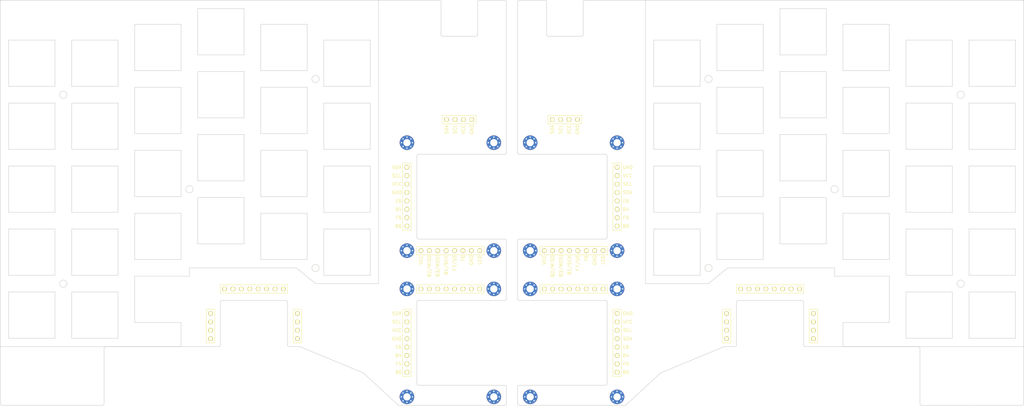
<source format=kicad_pcb>
(kicad_pcb (version 20171130) (host pcbnew "(5.1.4)-1")

  (general
    (thickness 1.6)
    (drawings 346)
    (tracks 0)
    (zones 0)
    (modules 40)
    (nets 19)
  )

  (page A4)
  (layers
    (0 F.Cu signal)
    (31 B.Cu signal)
    (32 B.Adhes user)
    (33 F.Adhes user)
    (34 B.Paste user)
    (35 F.Paste user)
    (36 B.SilkS user)
    (37 F.SilkS user)
    (38 B.Mask user)
    (39 F.Mask user)
    (40 Dwgs.User user)
    (41 Cmts.User user)
    (42 Eco1.User user)
    (43 Eco2.User user)
    (44 Edge.Cuts user)
    (45 Margin user)
    (46 B.CrtYd user)
    (47 F.CrtYd user)
    (48 B.Fab user)
    (49 F.Fab user)
  )

  (setup
    (last_trace_width 0.25)
    (trace_clearance 0.2)
    (zone_clearance 0.508)
    (zone_45_only no)
    (trace_min 0.25)
    (via_size 0.8)
    (via_drill 0.4)
    (via_min_size 0.4)
    (via_min_drill 0.3)
    (uvia_size 0.3)
    (uvia_drill 0.1)
    (uvias_allowed no)
    (uvia_min_size 0.2)
    (uvia_min_drill 0.1)
    (edge_width 0.05)
    (segment_width 0.2)
    (pcb_text_width 0.3)
    (pcb_text_size 1.5 1.5)
    (mod_edge_width 0.12)
    (mod_text_size 1 1)
    (mod_text_width 0.15)
    (pad_size 1.397 1.397)
    (pad_drill 0.8128)
    (pad_to_mask_clearance 0.051)
    (solder_mask_min_width 0.25)
    (aux_axis_origin 0 0)
    (visible_elements 7FFFF7FF)
    (pcbplotparams
      (layerselection 0x010f0_ffffffff)
      (usegerberextensions false)
      (usegerberattributes false)
      (usegerberadvancedattributes false)
      (creategerberjobfile false)
      (excludeedgelayer true)
      (linewidth 0.100000)
      (plotframeref false)
      (viasonmask false)
      (mode 1)
      (useauxorigin false)
      (hpglpennumber 1)
      (hpglpenspeed 20)
      (hpglpendiameter 15.000000)
      (psnegative false)
      (psa4output false)
      (plotreference true)
      (plotvalue true)
      (plotinvisibletext false)
      (padsonsilk false)
      (subtractmaskfromsilk false)
      (outputformat 1)
      (mirror false)
      (drillshape 0)
      (scaleselection 1)
      (outputdirectory "gb/"))
  )

  (net 0 "")
  (net 1 VCC)
  (net 2 GND)
  (net 3 row3)
  (net 4 sda)
  (net 5 scl)
  (net 6 col2)
  (net 7 row4)
  (net 8 SCK)
  (net 9 MOSI)
  (net 10 MISO)
  (net 11 F7)
  (net 12 F6)
  (net 13 col3)
  (net 14 "Net-(J2-Pad1)")
  (net 15 "Net-(J3-Pad1)")
  (net 16 "Net-(J6-Pad1)")
  (net 17 "Net-(J7-Pad1)")
  (net 18 DOUT)

  (net_class Default "これはデフォルトのネット クラスです。"
    (clearance 0.2)
    (trace_width 0.25)
    (via_dia 0.8)
    (via_drill 0.4)
    (uvia_dia 0.3)
    (uvia_drill 0.1)
    (add_net DOUT)
    (add_net F6)
    (add_net F7)
    (add_net GND)
    (add_net MISO)
    (add_net MOSI)
    (add_net "Net-(J2-Pad1)")
    (add_net "Net-(J3-Pad1)")
    (add_net "Net-(J6-Pad1)")
    (add_net "Net-(J7-Pad1)")
    (add_net SCK)
    (add_net VCC)
    (add_net col2)
    (add_net col3)
    (add_net row3)
    (add_net row4)
    (add_net scl)
    (add_net sda)
  )

  (module kbd:OLED_2 (layer F.Cu) (tedit 61F6CAAC) (tstamp 63FCEABD)
    (at 142.05 57.985)
    (descr "Connecteur 6 pins")
    (tags "CONN DEV")
    (path /5E214EBA)
    (fp_text reference J10 (at 3.7 2.1 180) (layer F.Fab)
      (effects (font (size 0.8128 0.8128) (thickness 0.15)))
    )
    (fp_text value Conn_01x04-Connector_Generic (at 3.6 3.3) (layer F.SilkS) hide
      (effects (font (size 0.8128 0.8128) (thickness 0.15)))
    )
    (fp_text user SDA (at 0 3 90) (layer F.SilkS)
      (effects (font (size 1 1) (thickness 0.15)))
    )
    (fp_text user SCL (at 2.54 3 90) (layer F.SilkS)
      (effects (font (size 1 1) (thickness 0.15)))
    )
    (fp_text user VCC (at 5.08 3 90) (layer F.SilkS)
      (effects (font (size 1 1) (thickness 0.15)))
    )
    (fp_text user GND (at 7.62 3 90) (layer F.SilkS)
      (effects (font (size 1 1) (thickness 0.15)))
    )
    (fp_line (start -1.27 1.27) (end 8.89 1.27) (layer F.SilkS) (width 0.15))
    (fp_line (start -1.27 -1.27) (end 8.89 -1.27) (layer F.SilkS) (width 0.15))
    (fp_line (start 8.89 -1.27) (end 8.89 1.27) (layer F.SilkS) (width 0.15))
    (fp_line (start -1.27 1.27) (end -1.27 -1.27) (layer F.SilkS) (width 0.15))
    (fp_text user OLED (at 3.75 -2.1) (layer B.SilkS) hide
      (effects (font (size 1 1) (thickness 0.15)) (justify mirror))
    )
    (fp_text user OLED (at 3.8 -2.1) (layer F.SilkS) hide
      (effects (font (size 1 1) (thickness 0.15)))
    )
    (pad 1 thru_hole circle (at 0 0) (size 1.397 1.397) (drill 0.8128) (layers *.Cu *.Mask F.SilkS)
      (net 4 sda))
    (pad 2 thru_hole circle (at 2.54 0) (size 1.397 1.397) (drill 0.8128) (layers *.Cu *.Mask F.SilkS)
      (net 5 scl))
    (pad 3 thru_hole circle (at 5.08 0) (size 1.397 1.397) (drill 0.8128) (layers *.Cu *.Mask F.SilkS)
      (net 1 VCC))
    (pad 4 thru_hole circle (at 7.62 0) (size 1.397 1.397) (drill 0.8128) (layers *.Cu *.Mask F.SilkS)
      (net 2 GND))
  )

  (module kbd:OLED_2 (layer F.Cu) (tedit 61F6CAAC) (tstamp 63FCEACE)
    (at 70.735 116.638 270)
    (descr "Connecteur 6 pins")
    (tags "CONN DEV")
    (path /63EF2CA7)
    (fp_text reference J16 (at 3.7 2.1 270) (layer F.Fab)
      (effects (font (size 0.8128 0.8128) (thickness 0.15)))
    )
    (fp_text value Conn_01x04-Connector_Generic (at 3.6 3.3 90) (layer F.SilkS) hide
      (effects (font (size 0.8128 0.8128) (thickness 0.15)))
    )
    (fp_text user SDA (at 0 -3) (layer F.SilkS) hide
      (effects (font (size 1 1) (thickness 0.15)))
    )
    (fp_text user SCL (at 2.54 -3) (layer F.SilkS) hide
      (effects (font (size 1 1) (thickness 0.15)))
    )
    (fp_text user VCC (at 5.08 -3) (layer F.SilkS) hide
      (effects (font (size 1 1) (thickness 0.15)))
    )
    (fp_text user GND (at 7.62 -3) (layer F.SilkS) hide
      (effects (font (size 1 1) (thickness 0.15)))
    )
    (fp_line (start -1.27 1.27) (end 8.89 1.27) (layer F.SilkS) (width 0.15))
    (fp_line (start -1.27 -1.27) (end 8.89 -1.27) (layer F.SilkS) (width 0.15))
    (fp_line (start 8.89 -1.27) (end 8.89 1.27) (layer F.SilkS) (width 0.15))
    (fp_line (start -1.27 1.27) (end -1.27 -1.27) (layer F.SilkS) (width 0.15))
    (fp_text user OLED (at 3.8 -2.1 90) (layer F.SilkS) hide
      (effects (font (size 1 1) (thickness 0.15)))
    )
    (fp_text user OLED (at 3.8 -2.1 90) (layer F.SilkS) hide
      (effects (font (size 1 1) (thickness 0.15)))
    )
    (pad 1 thru_hole circle (at 0 0 270) (size 1.397 1.397) (drill 0.8128) (layers *.Cu *.Mask F.SilkS)
      (net 4 sda))
    (pad 2 thru_hole circle (at 2.54 0 270) (size 1.397 1.397) (drill 0.8128) (layers *.Cu *.Mask F.SilkS)
      (net 5 scl))
    (pad 3 thru_hole circle (at 5.08 0 270) (size 1.397 1.397) (drill 0.8128) (layers *.Cu *.Mask F.SilkS)
      (net 1 VCC))
    (pad 4 thru_hole circle (at 7.62 0 270) (size 1.397 1.397) (drill 0.8128) (layers *.Cu *.Mask F.SilkS)
      (net 2 GND))
  )

  (module kbd:OLED_2 (layer F.Cu) (tedit 61F6CAAC) (tstamp 63FCEADF)
    (at 96.985 124.258 90)
    (descr "Connecteur 6 pins")
    (tags "CONN DEV")
    (path /63F0283F)
    (fp_text reference J17 (at 3.7 2.1 270) (layer F.Fab)
      (effects (font (size 0.8128 0.8128) (thickness 0.15)))
    )
    (fp_text value Conn_01x04-Connector_Generic (at 3.6 3.3 90) (layer F.SilkS) hide
      (effects (font (size 0.8128 0.8128) (thickness 0.15)))
    )
    (fp_text user SDA (at 0 -3) (layer F.SilkS) hide
      (effects (font (size 1 1) (thickness 0.15)))
    )
    (fp_text user SCL (at 2.54 -3) (layer F.SilkS) hide
      (effects (font (size 1 1) (thickness 0.15)))
    )
    (fp_text user VCC (at 5.08 -3) (layer F.SilkS) hide
      (effects (font (size 1 1) (thickness 0.15)))
    )
    (fp_text user GND (at 7.62 -3) (layer F.SilkS) hide
      (effects (font (size 1 1) (thickness 0.15)))
    )
    (fp_line (start -1.27 1.27) (end 8.89 1.27) (layer F.SilkS) (width 0.15))
    (fp_line (start -1.27 -1.27) (end 8.89 -1.27) (layer F.SilkS) (width 0.15))
    (fp_line (start 8.89 -1.27) (end 8.89 1.27) (layer F.SilkS) (width 0.15))
    (fp_line (start -1.27 1.27) (end -1.27 -1.27) (layer F.SilkS) (width 0.15))
    (fp_text user OLED (at 3.75 -2.1 90) (layer B.SilkS) hide
      (effects (font (size 1 1) (thickness 0.15)) (justify mirror))
    )
    (fp_text user OLED (at 3.8 -2.1 90) (layer F.SilkS) hide
      (effects (font (size 1 1) (thickness 0.15)))
    )
    (pad 1 thru_hole circle (at 0 0 90) (size 1.397 1.397) (drill 0.8128) (layers *.Cu *.Mask F.SilkS)
      (net 4 sda))
    (pad 2 thru_hole circle (at 2.54 0 90) (size 1.397 1.397) (drill 0.8128) (layers *.Cu *.Mask F.SilkS)
      (net 5 scl))
    (pad 3 thru_hole circle (at 5.08 0 90) (size 1.397 1.397) (drill 0.8128) (layers *.Cu *.Mask F.SilkS)
      (net 1 VCC))
    (pad 4 thru_hole circle (at 7.62 0 90) (size 1.397 1.397) (drill 0.8128) (layers *.Cu *.Mask F.SilkS)
      (net 2 GND))
  )

  (module MountingHole:MountingHole_2.2mm_M2 (layer F.Cu) (tedit 56D1B4CB) (tstamp 63ECE56E)
    (at 157.575 56.485)
    (descr "Mounting Hole 2.2mm, no annular, M2")
    (tags "mounting hole 2.2mm no annular m2")
    (attr virtual)
    (fp_text reference REF9 (at 0 -3.2) (layer F.SilkS) hide
      (effects (font (size 1 1) (thickness 0.15)))
    )
    (fp_text value MountingHole_2.2mm_M2 (at 0 3.2) (layer F.Fab)
      (effects (font (size 1 1) (thickness 0.15)))
    )
    (fp_text user %R (at 0.3 0) (layer F.Fab)
      (effects (font (size 1 1) (thickness 0.15)))
    )
    (fp_circle (center 0 0) (end 2.2 0) (layer Cmts.User) (width 0.15))
    (fp_circle (center 0 0) (end 2.45 0) (layer F.CrtYd) (width 0.05))
    (pad 1 np_thru_hole circle (at 0 0) (size 2.2 2.2) (drill 2.2) (layers *.Cu *.Mask))
  )

  (module MountingHole:MountingHole_2.2mm_M2 (layer F.Cu) (tedit 56D1B4CB) (tstamp 63ECE56E)
    (at 157.575 34.58)
    (descr "Mounting Hole 2.2mm, no annular, M2")
    (tags "mounting hole 2.2mm no annular m2")
    (attr virtual)
    (fp_text reference REF8 (at 0 -3.2) (layer F.SilkS) hide
      (effects (font (size 1 1) (thickness 0.15)))
    )
    (fp_text value MountingHole_2.2mm_M2 (at 0 3.2) (layer F.Fab)
      (effects (font (size 1 1) (thickness 0.15)))
    )
    (fp_text user %R (at 0.3 0) (layer F.Fab)
      (effects (font (size 1 1) (thickness 0.15)))
    )
    (fp_circle (center 0 0) (end 2.2 0) (layer Cmts.User) (width 0.15))
    (fp_circle (center 0 0) (end 2.45 0) (layer F.CrtYd) (width 0.05))
    (pad 1 np_thru_hole circle (at 0 0) (size 2.2 2.2) (drill 2.2) (layers *.Cu *.Mask))
  )

  (module MountingHole:MountingHole_2.2mm_M2 (layer F.Cu) (tedit 56D1B4CB) (tstamp 63EA3BDF)
    (at 96.985 109.198)
    (descr "Mounting Hole 2.2mm, no annular, M2")
    (tags "mounting hole 2.2mm no annular m2")
    (attr virtual)
    (fp_text reference REF7 (at 0 -3.2) (layer F.SilkS) hide
      (effects (font (size 1 1) (thickness 0.15)))
    )
    (fp_text value MountingHole_2.2mm_M2 (at 0 3.2) (layer F.Fab)
      (effects (font (size 1 1) (thickness 0.15)))
    )
    (fp_circle (center 0 0) (end 2.45 0) (layer F.CrtYd) (width 0.05))
    (fp_circle (center 0 0) (end 2.2 0) (layer Cmts.User) (width 0.15))
    (fp_text user %R (at 0.3 0) (layer F.Fab)
      (effects (font (size 1 1) (thickness 0.15)))
    )
    (pad 1 np_thru_hole circle (at 0 0) (size 2.2 2.2) (drill 2.2) (layers *.Cu *.Mask))
  )

  (module MountingHole:MountingHole_2.2mm_M2 (layer F.Cu) (tedit 56D1B4CB) (tstamp 63EA3BDF)
    (at 70.735 109.198)
    (descr "Mounting Hole 2.2mm, no annular, M2")
    (tags "mounting hole 2.2mm no annular m2")
    (attr virtual)
    (fp_text reference REF6 (at 0 -3.2) (layer F.SilkS) hide
      (effects (font (size 1 1) (thickness 0.15)))
    )
    (fp_text value MountingHole_2.2mm_M2 (at 0 3.2) (layer F.Fab)
      (effects (font (size 1 1) (thickness 0.15)))
    )
    (fp_circle (center 0 0) (end 2.45 0) (layer F.CrtYd) (width 0.05))
    (fp_circle (center 0 0) (end 2.2 0) (layer Cmts.User) (width 0.15))
    (fp_text user %R (at 0.3 0) (layer F.Fab)
      (effects (font (size 1 1) (thickness 0.15)))
    )
    (pad 1 np_thru_hole circle (at 0 0) (size 2.2 2.2) (drill 2.2) (layers *.Cu *.Mask))
  )

  (module kbd:OLED (layer F.Cu) (tedit 61653C9E) (tstamp 6165E7A3)
    (at 134.305 97.63)
    (descr "Connecteur 6 pins")
    (tags "CONN DEV")
    (path /619349CF)
    (fp_text reference J11 (at 3.7 2.1 180) (layer F.Fab)
      (effects (font (size 0.8128 0.8128) (thickness 0.15)))
    )
    (fp_text value Conn_01x08 (at 3.6 3.3) (layer F.SilkS) hide
      (effects (font (size 0.8128 0.8128) (thickness 0.15)))
    )
    (fp_text user LED (at 17.79 2.84 90) (layer F.SilkS)
      (effects (font (size 1 1) (thickness 0.15)))
    )
    (fp_text user GND (at 15.25 2.91 90) (layer F.SilkS)
      (effects (font (size 1 1) (thickness 0.15)))
    )
    (fp_text user F6 (at 12.71 2.295 90) (layer F.SilkS)
      (effects (font (size 1 1) (thickness 0.15)))
    )
    (fp_text user F7/SS (at 10.17 3.765 90) (layer F.SilkS)
      (effects (font (size 1 1) (thickness 0.15)))
    )
    (fp_text user B1/SCK (at 7.63 4.355 90) (layer F.SilkS)
      (effects (font (size 1 1) (thickness 0.15)))
    )
    (fp_text user B3/MOSI (at 5.09 4.65 90) (layer F.SilkS)
      (effects (font (size 1 1) (thickness 0.15)))
    )
    (fp_text user B2/MISO (at 2.55 4.69 90) (layer F.SilkS)
      (effects (font (size 1 1) (thickness 0.15)))
    )
    (fp_text user VCC (at 0.01 2.82 90) (layer F.SilkS)
      (effects (font (size 1 1) (thickness 0.15)))
    )
    (fp_line (start -1.27 1.27) (end 8.89 1.27) (layer F.SilkS) (width 0.15))
    (fp_line (start -1.27 -1.27) (end 8.89 -1.27) (layer F.SilkS) (width 0.15))
    (fp_line (start -1.27 1.27) (end -1.27 -1.27) (layer F.SilkS) (width 0.15))
    (fp_line (start 8.89 1.27) (end 19.05 1.27) (layer F.SilkS) (width 0.15))
    (fp_line (start 19.05 -1.27) (end 19.05 1.27) (layer F.SilkS) (width 0.15))
    (fp_line (start 8.89 -1.27) (end 19.05 -1.27) (layer F.SilkS) (width 0.15))
    (pad 1 thru_hole circle (at 0 0) (size 1.397 1.397) (drill 0.8128) (layers *.Cu *.Mask F.SilkS)
      (net 1 VCC))
    (pad 2 thru_hole circle (at 2.54 0) (size 1.397 1.397) (drill 0.8128) (layers *.Cu *.Mask F.SilkS)
      (net 10 MISO))
    (pad 3 thru_hole circle (at 5.08 0) (size 1.397 1.397) (drill 0.8128) (layers *.Cu *.Mask F.SilkS)
      (net 9 MOSI))
    (pad 4 thru_hole circle (at 7.62 0) (size 1.397 1.397) (drill 0.8128) (layers *.Cu *.Mask F.SilkS)
      (net 8 SCK))
    (pad 6 thru_hole circle (at 12.7 0) (size 1.397 1.397) (drill 0.8128) (layers *.Cu *.Mask F.SilkS)
      (net 12 F6))
    (pad 7 thru_hole circle (at 15.24 0) (size 1.397 1.397) (drill 0.8128) (layers *.Cu *.Mask F.SilkS)
      (net 2 GND))
    (pad 8 thru_hole circle (at 17.78 0) (size 1.397 1.397) (drill 0.8128) (layers *.Cu *.Mask F.SilkS)
      (net 18 DOUT))
    (pad 5 thru_hole circle (at 10.16 0) (size 1.397 1.397) (drill 0.8128) (layers *.Cu *.Mask F.SilkS)
      (net 11 F7))
  )

  (module MountingHole:MountingHole_2.2mm_M2_Pad_Via (layer F.Cu) (tedit 56DDB9C7) (tstamp 61A523F8)
    (at 130.075 64.97)
    (descr "Mounting Hole 2.2mm, M2")
    (tags "mounting hole 2.2mm m2")
    (path /61A515B1)
    (attr virtual)
    (fp_text reference J3 (at 0 -3.2) (layer F.SilkS) hide
      (effects (font (size 1 1) (thickness 0.15)))
    )
    (fp_text value Conn_01x01 (at 0 3.2) (layer F.Fab)
      (effects (font (size 1 1) (thickness 0.15)))
    )
    (fp_circle (center 0 0) (end 2.45 0) (layer F.CrtYd) (width 0.05))
    (fp_circle (center 0 0) (end 2.2 0) (layer Cmts.User) (width 0.15))
    (fp_text user %R (at 0.3 0) (layer F.Fab)
      (effects (font (size 1 1) (thickness 0.15)))
    )
    (pad 1 thru_hole circle (at 1.166726 -1.166726) (size 0.7 0.7) (drill 0.4) (layers *.Cu *.Mask)
      (net 15 "Net-(J3-Pad1)"))
    (pad 1 thru_hole circle (at 0 -1.65) (size 0.7 0.7) (drill 0.4) (layers *.Cu *.Mask)
      (net 15 "Net-(J3-Pad1)"))
    (pad 1 thru_hole circle (at -1.166726 -1.166726) (size 0.7 0.7) (drill 0.4) (layers *.Cu *.Mask)
      (net 15 "Net-(J3-Pad1)"))
    (pad 1 thru_hole circle (at -1.65 0) (size 0.7 0.7) (drill 0.4) (layers *.Cu *.Mask)
      (net 15 "Net-(J3-Pad1)"))
    (pad 1 thru_hole circle (at -1.166726 1.166726) (size 0.7 0.7) (drill 0.4) (layers *.Cu *.Mask)
      (net 15 "Net-(J3-Pad1)"))
    (pad 1 thru_hole circle (at 0 1.65) (size 0.7 0.7) (drill 0.4) (layers *.Cu *.Mask)
      (net 15 "Net-(J3-Pad1)"))
    (pad 1 thru_hole circle (at 1.166726 1.166726) (size 0.7 0.7) (drill 0.4) (layers *.Cu *.Mask)
      (net 15 "Net-(J3-Pad1)"))
    (pad 1 thru_hole circle (at 1.65 0) (size 0.7 0.7) (drill 0.4) (layers *.Cu *.Mask)
      (net 15 "Net-(J3-Pad1)"))
    (pad 1 thru_hole circle (at 0 0) (size 4.4 4.4) (drill 2.2) (layers *.Cu *.Mask)
      (net 15 "Net-(J3-Pad1)"))
  )

  (module MountingHole:MountingHole_2.2mm_M2_Pad_Via (layer F.Cu) (tedit 56DDB9C7) (tstamp 61A52408)
    (at 156.325 64.97)
    (descr "Mounting Hole 2.2mm, M2")
    (tags "mounting hole 2.2mm m2")
    (path /61A52E03)
    (attr virtual)
    (fp_text reference J7 (at 0 -3.2) (layer F.SilkS) hide
      (effects (font (size 1 1) (thickness 0.15)))
    )
    (fp_text value Conn_01x01 (at 0 3.2) (layer F.Fab)
      (effects (font (size 1 1) (thickness 0.15)))
    )
    (fp_text user %R (at 0.3 0) (layer F.Fab)
      (effects (font (size 1 1) (thickness 0.15)))
    )
    (fp_circle (center 0 0) (end 2.2 0) (layer Cmts.User) (width 0.15))
    (fp_circle (center 0 0) (end 2.45 0) (layer F.CrtYd) (width 0.05))
    (pad 1 thru_hole circle (at 0 0) (size 4.4 4.4) (drill 2.2) (layers *.Cu *.Mask)
      (net 17 "Net-(J7-Pad1)"))
    (pad 1 thru_hole circle (at 1.65 0) (size 0.7 0.7) (drill 0.4) (layers *.Cu *.Mask)
      (net 17 "Net-(J7-Pad1)"))
    (pad 1 thru_hole circle (at 1.166726 1.166726) (size 0.7 0.7) (drill 0.4) (layers *.Cu *.Mask)
      (net 17 "Net-(J7-Pad1)"))
    (pad 1 thru_hole circle (at 0 1.65) (size 0.7 0.7) (drill 0.4) (layers *.Cu *.Mask)
      (net 17 "Net-(J7-Pad1)"))
    (pad 1 thru_hole circle (at -1.166726 1.166726) (size 0.7 0.7) (drill 0.4) (layers *.Cu *.Mask)
      (net 17 "Net-(J7-Pad1)"))
    (pad 1 thru_hole circle (at -1.65 0) (size 0.7 0.7) (drill 0.4) (layers *.Cu *.Mask)
      (net 17 "Net-(J7-Pad1)"))
    (pad 1 thru_hole circle (at -1.166726 -1.166726) (size 0.7 0.7) (drill 0.4) (layers *.Cu *.Mask)
      (net 17 "Net-(J7-Pad1)"))
    (pad 1 thru_hole circle (at 0 -1.65) (size 0.7 0.7) (drill 0.4) (layers *.Cu *.Mask)
      (net 17 "Net-(J7-Pad1)"))
    (pad 1 thru_hole circle (at 1.166726 -1.166726) (size 0.7 0.7) (drill 0.4) (layers *.Cu *.Mask)
      (net 17 "Net-(J7-Pad1)"))
  )

  (module MountingHole:MountingHole_2.2mm_M2_Pad_Via (layer F.Cu) (tedit 56DDB9C7) (tstamp 61A52418)
    (at 130.075 141.858)
    (descr "Mounting Hole 2.2mm, M2")
    (tags "mounting hole 2.2mm m2")
    (path /61A56416)
    (attr virtual)
    (fp_text reference J2 (at 0 -3.2) (layer F.SilkS) hide
      (effects (font (size 1 1) (thickness 0.15)))
    )
    (fp_text value Conn_01x01 (at 0 3.2) (layer F.Fab)
      (effects (font (size 1 1) (thickness 0.15)))
    )
    (fp_circle (center 0 0) (end 2.45 0) (layer F.CrtYd) (width 0.05))
    (fp_circle (center 0 0) (end 2.2 0) (layer Cmts.User) (width 0.15))
    (fp_text user %R (at 0.3 0) (layer F.Fab)
      (effects (font (size 1 1) (thickness 0.15)))
    )
    (pad 1 thru_hole circle (at 1.166726 -1.166726) (size 0.7 0.7) (drill 0.4) (layers *.Cu *.Mask)
      (net 14 "Net-(J2-Pad1)"))
    (pad 1 thru_hole circle (at 0 -1.65) (size 0.7 0.7) (drill 0.4) (layers *.Cu *.Mask)
      (net 14 "Net-(J2-Pad1)"))
    (pad 1 thru_hole circle (at -1.166726 -1.166726) (size 0.7 0.7) (drill 0.4) (layers *.Cu *.Mask)
      (net 14 "Net-(J2-Pad1)"))
    (pad 1 thru_hole circle (at -1.65 0) (size 0.7 0.7) (drill 0.4) (layers *.Cu *.Mask)
      (net 14 "Net-(J2-Pad1)"))
    (pad 1 thru_hole circle (at -1.166726 1.166726) (size 0.7 0.7) (drill 0.4) (layers *.Cu *.Mask)
      (net 14 "Net-(J2-Pad1)"))
    (pad 1 thru_hole circle (at 0 1.65) (size 0.7 0.7) (drill 0.4) (layers *.Cu *.Mask)
      (net 14 "Net-(J2-Pad1)"))
    (pad 1 thru_hole circle (at 1.166726 1.166726) (size 0.7 0.7) (drill 0.4) (layers *.Cu *.Mask)
      (net 14 "Net-(J2-Pad1)"))
    (pad 1 thru_hole circle (at 1.65 0) (size 0.7 0.7) (drill 0.4) (layers *.Cu *.Mask)
      (net 14 "Net-(J2-Pad1)"))
    (pad 1 thru_hole circle (at 0 0) (size 4.4 4.4) (drill 2.2) (layers *.Cu *.Mask)
      (net 14 "Net-(J2-Pad1)"))
  )

  (module MountingHole:MountingHole_2.2mm_M2_Pad_Via (layer F.Cu) (tedit 56DDB9C7) (tstamp 61A52428)
    (at 156.325 141.858)
    (descr "Mounting Hole 2.2mm, M2")
    (tags "mounting hole 2.2mm m2")
    (path /61A59A3E)
    (attr virtual)
    (fp_text reference J6 (at 0 -3.2) (layer F.SilkS) hide
      (effects (font (size 1 1) (thickness 0.15)))
    )
    (fp_text value Conn_01x01 (at 0 3.2) (layer F.Fab)
      (effects (font (size 1 1) (thickness 0.15)))
    )
    (fp_text user %R (at 0.3 0) (layer F.Fab)
      (effects (font (size 1 1) (thickness 0.15)))
    )
    (fp_circle (center 0 0) (end 2.2 0) (layer Cmts.User) (width 0.15))
    (fp_circle (center 0 0) (end 2.45 0) (layer F.CrtYd) (width 0.05))
    (pad 1 thru_hole circle (at 0 0) (size 4.4 4.4) (drill 2.2) (layers *.Cu *.Mask)
      (net 16 "Net-(J6-Pad1)"))
    (pad 1 thru_hole circle (at 1.65 0) (size 0.7 0.7) (drill 0.4) (layers *.Cu *.Mask)
      (net 16 "Net-(J6-Pad1)"))
    (pad 1 thru_hole circle (at 1.166726 1.166726) (size 0.7 0.7) (drill 0.4) (layers *.Cu *.Mask)
      (net 16 "Net-(J6-Pad1)"))
    (pad 1 thru_hole circle (at 0 1.65) (size 0.7 0.7) (drill 0.4) (layers *.Cu *.Mask)
      (net 16 "Net-(J6-Pad1)"))
    (pad 1 thru_hole circle (at -1.166726 1.166726) (size 0.7 0.7) (drill 0.4) (layers *.Cu *.Mask)
      (net 16 "Net-(J6-Pad1)"))
    (pad 1 thru_hole circle (at -1.65 0) (size 0.7 0.7) (drill 0.4) (layers *.Cu *.Mask)
      (net 16 "Net-(J6-Pad1)"))
    (pad 1 thru_hole circle (at -1.166726 -1.166726) (size 0.7 0.7) (drill 0.4) (layers *.Cu *.Mask)
      (net 16 "Net-(J6-Pad1)"))
    (pad 1 thru_hole circle (at 0 -1.65) (size 0.7 0.7) (drill 0.4) (layers *.Cu *.Mask)
      (net 16 "Net-(J6-Pad1)"))
    (pad 1 thru_hole circle (at 1.166726 -1.166726) (size 0.7 0.7) (drill 0.4) (layers *.Cu *.Mask)
      (net 16 "Net-(J6-Pad1)"))
  )

  (module MountingHole:MountingHole_2.2mm_M2_Pad_Via (layer F.Cu) (tedit 56DDB9C7) (tstamp 61B4F5D1)
    (at 130.075 97.63)
    (descr "Mounting Hole 2.2mm, M2")
    (tags "mounting hole 2.2mm m2")
    (path /61B540B2)
    (attr virtual)
    (fp_text reference J4 (at 0 -3.2) (layer F.SilkS) hide
      (effects (font (size 1 1) (thickness 0.15)))
    )
    (fp_text value Conn_01x01 (at 0 3.2) (layer F.Fab)
      (effects (font (size 1 1) (thickness 0.15)))
    )
    (fp_circle (center 0 0) (end 2.45 0) (layer F.CrtYd) (width 0.05))
    (fp_circle (center 0 0) (end 2.2 0) (layer Cmts.User) (width 0.15))
    (fp_text user %R (at 0.3 0) (layer F.Fab)
      (effects (font (size 1 1) (thickness 0.15)))
    )
    (pad 1 thru_hole circle (at 1.166726 -1.166726) (size 0.7 0.7) (drill 0.4) (layers *.Cu *.Mask)
      (net 14 "Net-(J2-Pad1)"))
    (pad 1 thru_hole circle (at 0 -1.65) (size 0.7 0.7) (drill 0.4) (layers *.Cu *.Mask)
      (net 14 "Net-(J2-Pad1)"))
    (pad 1 thru_hole circle (at -1.166726 -1.166726) (size 0.7 0.7) (drill 0.4) (layers *.Cu *.Mask)
      (net 14 "Net-(J2-Pad1)"))
    (pad 1 thru_hole circle (at -1.65 0) (size 0.7 0.7) (drill 0.4) (layers *.Cu *.Mask)
      (net 14 "Net-(J2-Pad1)"))
    (pad 1 thru_hole circle (at -1.166726 1.166726) (size 0.7 0.7) (drill 0.4) (layers *.Cu *.Mask)
      (net 14 "Net-(J2-Pad1)"))
    (pad 1 thru_hole circle (at 0 1.65) (size 0.7 0.7) (drill 0.4) (layers *.Cu *.Mask)
      (net 14 "Net-(J2-Pad1)"))
    (pad 1 thru_hole circle (at 1.166726 1.166726) (size 0.7 0.7) (drill 0.4) (layers *.Cu *.Mask)
      (net 14 "Net-(J2-Pad1)"))
    (pad 1 thru_hole circle (at 1.65 0) (size 0.7 0.7) (drill 0.4) (layers *.Cu *.Mask)
      (net 14 "Net-(J2-Pad1)"))
    (pad 1 thru_hole circle (at 0 0) (size 4.4 4.4) (drill 2.2) (layers *.Cu *.Mask)
      (net 14 "Net-(J2-Pad1)"))
  )

  (module MountingHole:MountingHole_2.2mm_M2_Pad_Via (layer F.Cu) (tedit 56DDB9C7) (tstamp 61B4F5E1)
    (at 156.325 97.63)
    (descr "Mounting Hole 2.2mm, M2")
    (tags "mounting hole 2.2mm m2")
    (path /61B540AC)
    (attr virtual)
    (fp_text reference J8 (at 0 -3.2) (layer F.SilkS) hide
      (effects (font (size 1 1) (thickness 0.15)))
    )
    (fp_text value Conn_01x01 (at 0 3.2) (layer F.Fab)
      (effects (font (size 1 1) (thickness 0.15)))
    )
    (fp_text user %R (at 0.3 0) (layer F.Fab)
      (effects (font (size 1 1) (thickness 0.15)))
    )
    (fp_circle (center 0 0) (end 2.2 0) (layer Cmts.User) (width 0.15))
    (fp_circle (center 0 0) (end 2.45 0) (layer F.CrtYd) (width 0.05))
    (pad 1 thru_hole circle (at 0 0) (size 4.4 4.4) (drill 2.2) (layers *.Cu *.Mask)
      (net 16 "Net-(J6-Pad1)"))
    (pad 1 thru_hole circle (at 1.65 0) (size 0.7 0.7) (drill 0.4) (layers *.Cu *.Mask)
      (net 16 "Net-(J6-Pad1)"))
    (pad 1 thru_hole circle (at 1.166726 1.166726) (size 0.7 0.7) (drill 0.4) (layers *.Cu *.Mask)
      (net 16 "Net-(J6-Pad1)"))
    (pad 1 thru_hole circle (at 0 1.65) (size 0.7 0.7) (drill 0.4) (layers *.Cu *.Mask)
      (net 16 "Net-(J6-Pad1)"))
    (pad 1 thru_hole circle (at -1.166726 1.166726) (size 0.7 0.7) (drill 0.4) (layers *.Cu *.Mask)
      (net 16 "Net-(J6-Pad1)"))
    (pad 1 thru_hole circle (at -1.65 0) (size 0.7 0.7) (drill 0.4) (layers *.Cu *.Mask)
      (net 16 "Net-(J6-Pad1)"))
    (pad 1 thru_hole circle (at -1.166726 -1.166726) (size 0.7 0.7) (drill 0.4) (layers *.Cu *.Mask)
      (net 16 "Net-(J6-Pad1)"))
    (pad 1 thru_hole circle (at 0 -1.65) (size 0.7 0.7) (drill 0.4) (layers *.Cu *.Mask)
      (net 16 "Net-(J6-Pad1)"))
    (pad 1 thru_hole circle (at 1.166726 -1.166726) (size 0.7 0.7) (drill 0.4) (layers *.Cu *.Mask)
      (net 16 "Net-(J6-Pad1)"))
  )

  (module MountingHole:MountingHole_2.2mm_M2_Pad_Via (layer F.Cu) (tedit 56DDB9C7) (tstamp 61E4475C)
    (at 130.075 109.198)
    (descr "Mounting Hole 2.2mm, M2")
    (tags "mounting hole 2.2mm m2")
    (path /61E5A9D7)
    (attr virtual)
    (fp_text reference J5 (at 0 -3.2) (layer F.SilkS) hide
      (effects (font (size 1 1) (thickness 0.15)))
    )
    (fp_text value Conn_01x01 (at 0 3.2) (layer F.Fab)
      (effects (font (size 1 1) (thickness 0.15)))
    )
    (fp_circle (center 0 0) (end 2.45 0) (layer F.CrtYd) (width 0.05))
    (fp_circle (center 0 0) (end 2.2 0) (layer Cmts.User) (width 0.15))
    (fp_text user %R (at 0.3 0) (layer F.Fab)
      (effects (font (size 1 1) (thickness 0.15)))
    )
    (pad 1 thru_hole circle (at 1.166726 -1.166726) (size 0.7 0.7) (drill 0.4) (layers *.Cu *.Mask)
      (net 15 "Net-(J3-Pad1)"))
    (pad 1 thru_hole circle (at 0 -1.65) (size 0.7 0.7) (drill 0.4) (layers *.Cu *.Mask)
      (net 15 "Net-(J3-Pad1)"))
    (pad 1 thru_hole circle (at -1.166726 -1.166726) (size 0.7 0.7) (drill 0.4) (layers *.Cu *.Mask)
      (net 15 "Net-(J3-Pad1)"))
    (pad 1 thru_hole circle (at -1.65 0) (size 0.7 0.7) (drill 0.4) (layers *.Cu *.Mask)
      (net 15 "Net-(J3-Pad1)"))
    (pad 1 thru_hole circle (at -1.166726 1.166726) (size 0.7 0.7) (drill 0.4) (layers *.Cu *.Mask)
      (net 15 "Net-(J3-Pad1)"))
    (pad 1 thru_hole circle (at 0 1.65) (size 0.7 0.7) (drill 0.4) (layers *.Cu *.Mask)
      (net 15 "Net-(J3-Pad1)"))
    (pad 1 thru_hole circle (at 1.166726 1.166726) (size 0.7 0.7) (drill 0.4) (layers *.Cu *.Mask)
      (net 15 "Net-(J3-Pad1)"))
    (pad 1 thru_hole circle (at 1.65 0) (size 0.7 0.7) (drill 0.4) (layers *.Cu *.Mask)
      (net 15 "Net-(J3-Pad1)"))
    (pad 1 thru_hole circle (at 0 0) (size 4.4 4.4) (drill 2.2) (layers *.Cu *.Mask)
      (net 15 "Net-(J3-Pad1)"))
  )

  (module MountingHole:MountingHole_2.2mm_M2_Pad_Via (layer F.Cu) (tedit 56DDB9C7) (tstamp 61E4476C)
    (at 156.325 109.198)
    (descr "Mounting Hole 2.2mm, M2")
    (tags "mounting hole 2.2mm m2")
    (path /61E5A9D1)
    (attr virtual)
    (fp_text reference J9 (at 0 -3.2) (layer F.SilkS) hide
      (effects (font (size 1 1) (thickness 0.15)))
    )
    (fp_text value Conn_01x01 (at 0 3.2) (layer F.Fab)
      (effects (font (size 1 1) (thickness 0.15)))
    )
    (fp_text user %R (at 0.3 0) (layer F.Fab)
      (effects (font (size 1 1) (thickness 0.15)))
    )
    (fp_circle (center 0 0) (end 2.2 0) (layer Cmts.User) (width 0.15))
    (fp_circle (center 0 0) (end 2.45 0) (layer F.CrtYd) (width 0.05))
    (pad 1 thru_hole circle (at 0 0) (size 4.4 4.4) (drill 2.2) (layers *.Cu *.Mask)
      (net 17 "Net-(J7-Pad1)"))
    (pad 1 thru_hole circle (at 1.65 0) (size 0.7 0.7) (drill 0.4) (layers *.Cu *.Mask)
      (net 17 "Net-(J7-Pad1)"))
    (pad 1 thru_hole circle (at 1.166726 1.166726) (size 0.7 0.7) (drill 0.4) (layers *.Cu *.Mask)
      (net 17 "Net-(J7-Pad1)"))
    (pad 1 thru_hole circle (at 0 1.65) (size 0.7 0.7) (drill 0.4) (layers *.Cu *.Mask)
      (net 17 "Net-(J7-Pad1)"))
    (pad 1 thru_hole circle (at -1.166726 1.166726) (size 0.7 0.7) (drill 0.4) (layers *.Cu *.Mask)
      (net 17 "Net-(J7-Pad1)"))
    (pad 1 thru_hole circle (at -1.65 0) (size 0.7 0.7) (drill 0.4) (layers *.Cu *.Mask)
      (net 17 "Net-(J7-Pad1)"))
    (pad 1 thru_hole circle (at -1.166726 -1.166726) (size 0.7 0.7) (drill 0.4) (layers *.Cu *.Mask)
      (net 17 "Net-(J7-Pad1)"))
    (pad 1 thru_hole circle (at 0 -1.65) (size 0.7 0.7) (drill 0.4) (layers *.Cu *.Mask)
      (net 17 "Net-(J7-Pad1)"))
    (pad 1 thru_hole circle (at 1.166726 -1.166726) (size 0.7 0.7) (drill 0.4) (layers *.Cu *.Mask)
      (net 17 "Net-(J7-Pad1)"))
  )

  (module kbd:OLED (layer F.Cu) (tedit 61653C9E) (tstamp 61E447E0)
    (at 134.305 109.198)
    (descr "Connecteur 6 pins")
    (tags "CONN DEV")
    (path /61E84294)
    (fp_text reference J12 (at 3.7 2.1 180) (layer F.Fab) hide
      (effects (font (size 0.8128 0.8128) (thickness 0.15)))
    )
    (fp_text value Conn_01x08 (at 3.6 3.3) (layer F.SilkS) hide
      (effects (font (size 0.8128 0.8128) (thickness 0.15)))
    )
    (fp_text user RST (at 17.79 2.84 90) (layer F.SilkS) hide
      (effects (font (size 1 1) (thickness 0.15)))
    )
    (fp_text user GND (at 15.25 2.91 90) (layer F.SilkS) hide
      (effects (font (size 1 1) (thickness 0.15)))
    )
    (fp_text user F6 (at 12.71 2.295 90) (layer F.SilkS) hide
      (effects (font (size 1 1) (thickness 0.15)))
    )
    (fp_text user F7/SS (at 10.17 3.765 90) (layer F.SilkS) hide
      (effects (font (size 1 1) (thickness 0.15)))
    )
    (fp_text user B1/SCK (at 7.63 4.355 90) (layer F.SilkS) hide
      (effects (font (size 1 1) (thickness 0.15)))
    )
    (fp_text user B3/MOSI (at 5.09 4.65 90) (layer F.SilkS) hide
      (effects (font (size 1 1) (thickness 0.15)))
    )
    (fp_text user B2/MISO (at 2.55 4.69 90) (layer F.SilkS) hide
      (effects (font (size 1 1) (thickness 0.15)))
    )
    (fp_text user VCC (at 0.01 2.82 90) (layer F.SilkS) hide
      (effects (font (size 1 1) (thickness 0.15)))
    )
    (fp_line (start -1.27 1.27) (end 8.89 1.27) (layer F.SilkS) (width 0.15))
    (fp_line (start -1.27 -1.27) (end 8.89 -1.27) (layer F.SilkS) (width 0.15))
    (fp_line (start -1.27 1.27) (end -1.27 -1.27) (layer F.SilkS) (width 0.15))
    (fp_line (start 8.89 1.27) (end 19.05 1.27) (layer F.SilkS) (width 0.15))
    (fp_line (start 19.05 -1.27) (end 19.05 1.27) (layer F.SilkS) (width 0.15))
    (fp_line (start 8.89 -1.27) (end 19.05 -1.27) (layer F.SilkS) (width 0.15))
    (pad 1 thru_hole circle (at 0 0) (size 1.397 1.397) (drill 0.8128) (layers *.Cu *.Mask F.SilkS)
      (net 1 VCC))
    (pad 2 thru_hole circle (at 2.54 0) (size 1.397 1.397) (drill 0.8128) (layers *.Cu *.Mask F.SilkS)
      (net 10 MISO))
    (pad 3 thru_hole circle (at 5.08 0) (size 1.397 1.397) (drill 0.8128) (layers *.Cu *.Mask F.SilkS)
      (net 9 MOSI))
    (pad 4 thru_hole circle (at 7.62 0) (size 1.397 1.397) (drill 0.8128) (layers *.Cu *.Mask F.SilkS)
      (net 8 SCK))
    (pad 6 thru_hole circle (at 12.7 0) (size 1.397 1.397) (drill 0.8128) (layers *.Cu *.Mask F.SilkS)
      (net 12 F6))
    (pad 7 thru_hole circle (at 15.24 0) (size 1.397 1.397) (drill 0.8128) (layers *.Cu *.Mask F.SilkS)
      (net 2 GND))
    (pad 8 thru_hole circle (at 17.78 0) (size 1.397 1.397) (drill 0.8128) (layers *.Cu *.Mask F.SilkS)
      (net 18 DOUT))
    (pad 5 thru_hole circle (at 10.16 0) (size 1.397 1.397) (drill 0.8128) (layers *.Cu *.Mask F.SilkS)
      (net 11 F7))
  )

  (module kbd:OLED (layer F.Cu) (tedit 61653C9E) (tstamp 63EA10A5)
    (at 74.965 109.198)
    (descr "Connecteur 6 pins")
    (tags "CONN DEV")
    (path /61E7007B)
    (fp_text reference J13 (at 3.7 2.1 180) (layer F.Fab)
      (effects (font (size 0.8128 0.8128) (thickness 0.15)))
    )
    (fp_text value Conn_01x08 (at 3.6 3.3) (layer F.SilkS) hide
      (effects (font (size 0.8128 0.8128) (thickness 0.15)))
    )
    (fp_text user RST (at 17.79 2.84 90) (layer F.SilkS) hide
      (effects (font (size 1 1) (thickness 0.15)))
    )
    (fp_text user GND (at 15.25 2.91 90) (layer F.SilkS) hide
      (effects (font (size 1 1) (thickness 0.15)))
    )
    (fp_text user F6 (at 12.71 2.295 90) (layer F.SilkS) hide
      (effects (font (size 1 1) (thickness 0.15)))
    )
    (fp_text user F7/SS (at 10.17 3.765 90) (layer F.SilkS) hide
      (effects (font (size 1 1) (thickness 0.15)))
    )
    (fp_text user B1/SCK (at 7.63 4.355 90) (layer F.SilkS) hide
      (effects (font (size 1 1) (thickness 0.15)))
    )
    (fp_text user B3/MOSI (at 5.09 4.65 90) (layer F.SilkS) hide
      (effects (font (size 1 1) (thickness 0.15)))
    )
    (fp_text user B2/MISO (at 2.55 4.69 90) (layer F.SilkS) hide
      (effects (font (size 1 1) (thickness 0.15)))
    )
    (fp_text user VCC (at 0.01 2.82 90) (layer F.SilkS) hide
      (effects (font (size 1 1) (thickness 0.15)))
    )
    (fp_line (start -1.27 1.27) (end 8.89 1.27) (layer F.SilkS) (width 0.15))
    (fp_line (start -1.27 -1.27) (end 8.89 -1.27) (layer F.SilkS) (width 0.15))
    (fp_line (start -1.27 1.27) (end -1.27 -1.27) (layer F.SilkS) (width 0.15))
    (fp_line (start 8.89 1.27) (end 19.05 1.27) (layer F.SilkS) (width 0.15))
    (fp_line (start 19.05 -1.27) (end 19.05 1.27) (layer F.SilkS) (width 0.15))
    (fp_line (start 8.89 -1.27) (end 19.05 -1.27) (layer F.SilkS) (width 0.15))
    (pad 1 thru_hole circle (at 0 0) (size 1.397 1.397) (drill 0.8128) (layers *.Cu *.Mask F.SilkS)
      (net 1 VCC))
    (pad 2 thru_hole circle (at 2.54 0) (size 1.397 1.397) (drill 0.8128) (layers *.Cu *.Mask F.SilkS)
      (net 10 MISO))
    (pad 3 thru_hole circle (at 5.08 0) (size 1.397 1.397) (drill 0.8128) (layers *.Cu *.Mask F.SilkS)
      (net 9 MOSI))
    (pad 4 thru_hole circle (at 7.62 0) (size 1.397 1.397) (drill 0.8128) (layers *.Cu *.Mask F.SilkS)
      (net 8 SCK))
    (pad 6 thru_hole circle (at 12.7 0) (size 1.397 1.397) (drill 0.8128) (layers *.Cu *.Mask F.SilkS)
      (net 12 F6))
    (pad 7 thru_hole circle (at 15.24 0) (size 1.397 1.397) (drill 0.8128) (layers *.Cu *.Mask F.SilkS)
      (net 2 GND))
    (pad 8 thru_hole circle (at 17.78 0) (size 1.397 1.397) (drill 0.8128) (layers *.Cu *.Mask F.SilkS)
      (net 18 DOUT))
    (pad 5 thru_hole circle (at 10.16 0) (size 1.397 1.397) (drill 0.8128) (layers *.Cu *.Mask F.SilkS)
      (net 11 F7))
  )

  (module kbd:OLED (layer F.Cu) (tedit 61653C9E) (tstamp 63EA10BF)
    (at 130.075 72.41 270)
    (descr "Connecteur 6 pins")
    (tags "CONN DEV")
    (path /64C1A94D)
    (fp_text reference J14 (at 3.7 2.1 270) (layer F.Fab)
      (effects (font (size 0.8128 0.8128) (thickness 0.15)))
    )
    (fp_text value Conn_01x08 (at 3.6 3.3 90) (layer F.SilkS) hide
      (effects (font (size 0.8128 0.8128) (thickness 0.15)))
    )
    (fp_line (start 8.89 -1.27) (end 19.05 -1.27) (layer F.SilkS) (width 0.15))
    (fp_line (start 19.05 -1.27) (end 19.05 1.27) (layer F.SilkS) (width 0.15))
    (fp_line (start 8.89 1.27) (end 19.05 1.27) (layer F.SilkS) (width 0.15))
    (fp_line (start -1.27 1.27) (end -1.27 -1.27) (layer F.SilkS) (width 0.15))
    (fp_line (start -1.27 -1.27) (end 8.89 -1.27) (layer F.SilkS) (width 0.15))
    (fp_line (start -1.27 1.27) (end 8.89 1.27) (layer F.SilkS) (width 0.15))
    (fp_text user SDA (at 0.01 3.07) (layer F.SilkS)
      (effects (font (size 1 1) (thickness 0.15)))
    )
    (fp_text user SCL (at 2.55 3.07) (layer F.SilkS)
      (effects (font (size 1 1) (thickness 0.15)))
    )
    (fp_text user VCC (at 5.09 3.07) (layer F.SilkS)
      (effects (font (size 1 1) (thickness 0.15)))
    )
    (fp_text user GND (at 7.63 3.07) (layer F.SilkS)
      (effects (font (size 1 1) (thickness 0.15)))
    )
    (fp_text user E6 (at 10.17 2.545) (layer F.SilkS)
      (effects (font (size 1 1) (thickness 0.15)))
    )
    (fp_text user B4 (at 12.71 2.545) (layer F.SilkS)
      (effects (font (size 1 1) (thickness 0.15)))
    )
    (fp_text user F5 (at 15.25 2.545) (layer F.SilkS)
      (effects (font (size 1 1) (thickness 0.15)))
    )
    (fp_text user B6 (at 17.79 2.545) (layer F.SilkS)
      (effects (font (size 1 1) (thickness 0.15)))
    )
    (pad 5 thru_hole circle (at 10.16 0 270) (size 1.397 1.397) (drill 0.8128) (layers *.Cu *.Mask F.SilkS)
      (net 3 row3))
    (pad 8 thru_hole circle (at 17.78 0 270) (size 1.397 1.397) (drill 0.8128) (layers *.Cu *.Mask F.SilkS)
      (net 13 col3))
    (pad 7 thru_hole circle (at 15.24 0 270) (size 1.397 1.397) (drill 0.8128) (layers *.Cu *.Mask F.SilkS)
      (net 6 col2))
    (pad 6 thru_hole circle (at 12.7 0 270) (size 1.397 1.397) (drill 0.8128) (layers *.Cu *.Mask F.SilkS)
      (net 7 row4))
    (pad 4 thru_hole circle (at 7.62 0 270) (size 1.397 1.397) (drill 0.8128) (layers *.Cu *.Mask F.SilkS)
      (net 2 GND))
    (pad 3 thru_hole circle (at 5.08 0 270) (size 1.397 1.397) (drill 0.8128) (layers *.Cu *.Mask F.SilkS)
      (net 1 VCC))
    (pad 2 thru_hole circle (at 2.54 0 270) (size 1.397 1.397) (drill 0.8128) (layers *.Cu *.Mask F.SilkS)
      (net 5 scl))
    (pad 1 thru_hole circle (at 0 0 270) (size 1.397 1.397) (drill 0.8128) (layers *.Cu *.Mask F.SilkS)
      (net 4 sda))
  )

  (module kbd:OLED (layer F.Cu) (tedit 61653C9E) (tstamp 63EA10D9)
    (at 130.075 116.638 270)
    (descr "Connecteur 6 pins")
    (tags "CONN DEV")
    (path /651B4CF3)
    (fp_text reference J15 (at 3.7 2.1 270) (layer F.Fab)
      (effects (font (size 0.8128 0.8128) (thickness 0.15)))
    )
    (fp_text value Conn_01x08 (at 3.6 3.3 90) (layer F.SilkS) hide
      (effects (font (size 0.8128 0.8128) (thickness 0.15)))
    )
    (fp_text user B6 (at 17.79 2.545) (layer F.SilkS)
      (effects (font (size 1 1) (thickness 0.15)))
    )
    (fp_text user F5 (at 15.25 2.545) (layer F.SilkS)
      (effects (font (size 1 1) (thickness 0.15)))
    )
    (fp_text user B4 (at 12.71 2.545) (layer F.SilkS)
      (effects (font (size 1 1) (thickness 0.15)))
    )
    (fp_text user E6 (at 10.17 2.545) (layer F.SilkS)
      (effects (font (size 1 1) (thickness 0.15)))
    )
    (fp_text user GND (at 7.63 3.07) (layer F.SilkS)
      (effects (font (size 1 1) (thickness 0.15)))
    )
    (fp_text user VCC (at 5.09 3.07) (layer F.SilkS)
      (effects (font (size 1 1) (thickness 0.15)))
    )
    (fp_text user SCL (at 2.55 3.07) (layer F.SilkS)
      (effects (font (size 1 1) (thickness 0.15)))
    )
    (fp_text user SDA (at 0.01 3.07) (layer F.SilkS)
      (effects (font (size 1 1) (thickness 0.15)))
    )
    (fp_line (start -1.27 1.27) (end 8.89 1.27) (layer F.SilkS) (width 0.15))
    (fp_line (start -1.27 -1.27) (end 8.89 -1.27) (layer F.SilkS) (width 0.15))
    (fp_line (start -1.27 1.27) (end -1.27 -1.27) (layer F.SilkS) (width 0.15))
    (fp_line (start 8.89 1.27) (end 19.05 1.27) (layer F.SilkS) (width 0.15))
    (fp_line (start 19.05 -1.27) (end 19.05 1.27) (layer F.SilkS) (width 0.15))
    (fp_line (start 8.89 -1.27) (end 19.05 -1.27) (layer F.SilkS) (width 0.15))
    (pad 1 thru_hole circle (at 0 0 270) (size 1.397 1.397) (drill 0.8128) (layers *.Cu *.Mask F.SilkS)
      (net 4 sda))
    (pad 2 thru_hole circle (at 2.54 0 270) (size 1.397 1.397) (drill 0.8128) (layers *.Cu *.Mask F.SilkS)
      (net 5 scl))
    (pad 3 thru_hole circle (at 5.08 0 270) (size 1.397 1.397) (drill 0.8128) (layers *.Cu *.Mask F.SilkS)
      (net 1 VCC))
    (pad 4 thru_hole circle (at 7.62 0 270) (size 1.397 1.397) (drill 0.8128) (layers *.Cu *.Mask F.SilkS)
      (net 2 GND))
    (pad 6 thru_hole circle (at 12.7 0 270) (size 1.397 1.397) (drill 0.8128) (layers *.Cu *.Mask F.SilkS)
      (net 7 row4))
    (pad 7 thru_hole circle (at 15.24 0 270) (size 1.397 1.397) (drill 0.8128) (layers *.Cu *.Mask F.SilkS)
      (net 6 col2))
    (pad 8 thru_hole circle (at 17.78 0 270) (size 1.397 1.397) (drill 0.8128) (layers *.Cu *.Mask F.SilkS)
      (net 13 col3))
    (pad 5 thru_hole circle (at 10.16 0 270) (size 1.397 1.397) (drill 0.8128) (layers *.Cu *.Mask F.SilkS)
      (net 3 row3))
  )

  (module kbd:OLED_2 (layer F.Cu) (tedit 61F6CAAC) (tstamp 63FCE5C3)
    (at 173.97 57.985)
    (descr "Connecteur 6 pins")
    (tags "CONN DEV")
    (path /5E214EBA)
    (fp_text reference J10 (at 3.7 2.1 180) (layer F.Fab)
      (effects (font (size 0.8128 0.8128) (thickness 0.15)))
    )
    (fp_text value Conn_01x04-Connector_Generic (at 3.6 3.3) (layer F.SilkS) hide
      (effects (font (size 0.8128 0.8128) (thickness 0.15)))
    )
    (fp_text user SDA (at 0 3 90) (layer F.SilkS)
      (effects (font (size 1 1) (thickness 0.15)))
    )
    (fp_text user SCL (at 2.54 3 90) (layer F.SilkS)
      (effects (font (size 1 1) (thickness 0.15)))
    )
    (fp_text user VCC (at 5.08 3 90) (layer F.SilkS)
      (effects (font (size 1 1) (thickness 0.15)))
    )
    (fp_text user GND (at 7.62 3 90) (layer F.SilkS)
      (effects (font (size 1 1) (thickness 0.15)))
    )
    (fp_line (start -1.27 1.27) (end 8.89 1.27) (layer F.SilkS) (width 0.15))
    (fp_line (start -1.27 -1.27) (end 8.89 -1.27) (layer F.SilkS) (width 0.15))
    (fp_line (start 8.89 -1.27) (end 8.89 1.27) (layer F.SilkS) (width 0.15))
    (fp_line (start -1.27 1.27) (end -1.27 -1.27) (layer F.SilkS) (width 0.15))
    (fp_text user OLED (at 3.75 -2.1) (layer B.SilkS) hide
      (effects (font (size 1 1) (thickness 0.15)) (justify mirror))
    )
    (fp_text user OLED (at 3.8 -2.1) (layer F.SilkS) hide
      (effects (font (size 1 1) (thickness 0.15)))
    )
    (pad 1 thru_hole circle (at 0 0) (size 1.397 1.397) (drill 0.8128) (layers *.Cu *.Mask F.SilkS)
      (net 4 sda))
    (pad 2 thru_hole circle (at 2.54 0) (size 1.397 1.397) (drill 0.8128) (layers *.Cu *.Mask F.SilkS)
      (net 5 scl))
    (pad 3 thru_hole circle (at 5.08 0) (size 1.397 1.397) (drill 0.8128) (layers *.Cu *.Mask F.SilkS)
      (net 1 VCC))
    (pad 4 thru_hole circle (at 7.62 0) (size 1.397 1.397) (drill 0.8128) (layers *.Cu *.Mask F.SilkS)
      (net 2 GND))
  )

  (module kbd:OLED_2 (layer F.Cu) (tedit 61F6CAAC) (tstamp 63FCE5D4)
    (at 226.655 116.638 270)
    (descr "Connecteur 6 pins")
    (tags "CONN DEV")
    (path /63EE2C82)
    (fp_text reference J16 (at 3.7 2.1 270) (layer F.Fab)
      (effects (font (size 0.8128 0.8128) (thickness 0.15)))
    )
    (fp_text value Conn_01x04-Connector_Generic (at 3.6 3.3 90) (layer F.SilkS) hide
      (effects (font (size 0.8128 0.8128) (thickness 0.15)))
    )
    (fp_text user SDA (at 0 -3) (layer F.SilkS) hide
      (effects (font (size 1 1) (thickness 0.15)))
    )
    (fp_text user SCL (at 2.54 -3) (layer F.SilkS) hide
      (effects (font (size 1 1) (thickness 0.15)))
    )
    (fp_text user VCC (at 5.08 -3) (layer F.SilkS) hide
      (effects (font (size 1 1) (thickness 0.15)))
    )
    (fp_text user GND (at 7.62 -3) (layer F.SilkS) hide
      (effects (font (size 1 1) (thickness 0.15)))
    )
    (fp_line (start -1.27 1.27) (end 8.89 1.27) (layer F.SilkS) (width 0.15))
    (fp_line (start -1.27 -1.27) (end 8.89 -1.27) (layer F.SilkS) (width 0.15))
    (fp_line (start 8.89 -1.27) (end 8.89 1.27) (layer F.SilkS) (width 0.15))
    (fp_line (start -1.27 1.27) (end -1.27 -1.27) (layer F.SilkS) (width 0.15))
    (fp_text user OLED (at 3.8 -2.1 90) (layer F.SilkS) hide
      (effects (font (size 1 1) (thickness 0.15)))
    )
    (fp_text user OLED (at 3.8 -2.1 90) (layer F.SilkS) hide
      (effects (font (size 1 1) (thickness 0.15)))
    )
    (pad 1 thru_hole circle (at 0 0 270) (size 1.397 1.397) (drill 0.8128) (layers *.Cu *.Mask F.SilkS)
      (net 4 sda))
    (pad 2 thru_hole circle (at 2.54 0 270) (size 1.397 1.397) (drill 0.8128) (layers *.Cu *.Mask F.SilkS)
      (net 5 scl))
    (pad 3 thru_hole circle (at 5.08 0 270) (size 1.397 1.397) (drill 0.8128) (layers *.Cu *.Mask F.SilkS)
      (net 1 VCC))
    (pad 4 thru_hole circle (at 7.62 0 270) (size 1.397 1.397) (drill 0.8128) (layers *.Cu *.Mask F.SilkS)
      (net 2 GND))
  )

  (module kbd:OLED_2 (layer F.Cu) (tedit 61F6CAAC) (tstamp 63FCE5E5)
    (at 252.905 124.258 90)
    (descr "Connecteur 6 pins")
    (tags "CONN DEV")
    (path /63EF1B87)
    (fp_text reference J17 (at 3.7 2.1 270) (layer F.Fab)
      (effects (font (size 0.8128 0.8128) (thickness 0.15)))
    )
    (fp_text value Conn_01x04-Connector_Generic (at 3.6 3.3 90) (layer F.SilkS) hide
      (effects (font (size 0.8128 0.8128) (thickness 0.15)))
    )
    (fp_text user SDA (at 0 -3) (layer F.SilkS) hide
      (effects (font (size 1 1) (thickness 0.15)))
    )
    (fp_text user SCL (at 2.54 -3) (layer F.SilkS) hide
      (effects (font (size 1 1) (thickness 0.15)))
    )
    (fp_text user VCC (at 5.08 -3) (layer F.SilkS) hide
      (effects (font (size 1 1) (thickness 0.15)))
    )
    (fp_text user GND (at 7.62 -3) (layer F.SilkS) hide
      (effects (font (size 1 1) (thickness 0.15)))
    )
    (fp_line (start -1.27 1.27) (end 8.89 1.27) (layer F.SilkS) (width 0.15))
    (fp_line (start -1.27 -1.27) (end 8.89 -1.27) (layer F.SilkS) (width 0.15))
    (fp_line (start 8.89 -1.27) (end 8.89 1.27) (layer F.SilkS) (width 0.15))
    (fp_line (start -1.27 1.27) (end -1.27 -1.27) (layer F.SilkS) (width 0.15))
    (fp_text user OLED (at 3.75 -2.1 90) (layer B.SilkS) hide
      (effects (font (size 1 1) (thickness 0.15)) (justify mirror))
    )
    (fp_text user OLED (at 3.8 -2.1 90) (layer F.SilkS) hide
      (effects (font (size 1 1) (thickness 0.15)))
    )
    (pad 1 thru_hole circle (at 0 0 90) (size 1.397 1.397) (drill 0.8128) (layers *.Cu *.Mask F.SilkS)
      (net 4 sda))
    (pad 2 thru_hole circle (at 2.54 0 90) (size 1.397 1.397) (drill 0.8128) (layers *.Cu *.Mask F.SilkS)
      (net 5 scl))
    (pad 3 thru_hole circle (at 5.08 0 90) (size 1.397 1.397) (drill 0.8128) (layers *.Cu *.Mask F.SilkS)
      (net 1 VCC))
    (pad 4 thru_hole circle (at 7.62 0 90) (size 1.397 1.397) (drill 0.8128) (layers *.Cu *.Mask F.SilkS)
      (net 2 GND))
  )

  (module MountingHole:MountingHole_2.2mm_M2 (layer F.Cu) (tedit 56D1B4CB) (tstamp 63E90372)
    (at 252.905 109.198)
    (descr "Mounting Hole 2.2mm, no annular, M2")
    (tags "mounting hole 2.2mm no annular m2")
    (attr virtual)
    (fp_text reference REF7 (at 0 -3.2) (layer F.SilkS) hide
      (effects (font (size 1 1) (thickness 0.15)))
    )
    (fp_text value MountingHole_2.2mm_M2 (at 0 3.2) (layer F.Fab)
      (effects (font (size 1 1) (thickness 0.15)))
    )
    (fp_circle (center 0 0) (end 2.45 0) (layer F.CrtYd) (width 0.05))
    (fp_circle (center 0 0) (end 2.2 0) (layer Cmts.User) (width 0.15))
    (fp_text user %R (at 0.3 0) (layer F.Fab)
      (effects (font (size 1 1) (thickness 0.15)))
    )
    (pad 1 np_thru_hole circle (at 0 0) (size 2.2 2.2) (drill 2.2) (layers *.Cu *.Mask))
  )

  (module kbd:OLED (layer F.Cu) (tedit 61653C9E) (tstamp 63E7BBAA)
    (at 230.895 109.198)
    (descr "Connecteur 6 pins")
    (tags "CONN DEV")
    (path /61E7007B)
    (fp_text reference J13 (at 3.7 2.1 180) (layer F.Fab)
      (effects (font (size 0.8128 0.8128) (thickness 0.15)))
    )
    (fp_text value Conn_01x08 (at 3.675 2.402) (layer F.SilkS) hide
      (effects (font (size 0.8128 0.8128) (thickness 0.15)))
    )
    (fp_line (start 8.89 -1.27) (end 19.05 -1.27) (layer F.SilkS) (width 0.15))
    (fp_line (start 19.05 -1.27) (end 19.05 1.27) (layer F.SilkS) (width 0.15))
    (fp_line (start 8.89 1.27) (end 19.05 1.27) (layer F.SilkS) (width 0.15))
    (fp_line (start -1.27 1.27) (end -1.27 -1.27) (layer F.SilkS) (width 0.15))
    (fp_line (start -1.27 -1.27) (end 8.89 -1.27) (layer F.SilkS) (width 0.15))
    (fp_line (start -1.27 1.27) (end 8.89 1.27) (layer F.SilkS) (width 0.15))
    (fp_text user VCC (at 0.01 2.82 90) (layer F.SilkS) hide
      (effects (font (size 1 1) (thickness 0.15)))
    )
    (fp_text user B2/MISO (at 2.55 4.69 90) (layer F.SilkS) hide
      (effects (font (size 1 1) (thickness 0.15)))
    )
    (fp_text user B3/MOSI (at 5.09 4.65 90) (layer F.SilkS) hide
      (effects (font (size 1 1) (thickness 0.15)))
    )
    (fp_text user B1/SCK (at 7.63 4.355 90) (layer F.SilkS) hide
      (effects (font (size 1 1) (thickness 0.15)))
    )
    (fp_text user F7/SS (at 10.17 3.765 90) (layer F.SilkS) hide
      (effects (font (size 1 1) (thickness 0.15)))
    )
    (fp_text user F6 (at 12.71 2.295 90) (layer F.SilkS) hide
      (effects (font (size 1 1) (thickness 0.15)))
    )
    (fp_text user GND (at 15.25 2.91 90) (layer F.SilkS) hide
      (effects (font (size 1 1) (thickness 0.15)))
    )
    (fp_text user RST (at 17.79 2.84 90) (layer F.SilkS) hide
      (effects (font (size 1 1) (thickness 0.15)))
    )
    (pad 5 thru_hole circle (at 10.16 0) (size 1.397 1.397) (drill 0.8128) (layers *.Cu *.Mask F.SilkS)
      (net 11 F7))
    (pad 8 thru_hole circle (at 17.78 0) (size 1.397 1.397) (drill 0.8128) (layers *.Cu *.Mask F.SilkS)
      (net 18 DOUT))
    (pad 7 thru_hole circle (at 15.24 0) (size 1.397 1.397) (drill 0.8128) (layers *.Cu *.Mask F.SilkS)
      (net 2 GND))
    (pad 6 thru_hole circle (at 12.7 0) (size 1.397 1.397) (drill 0.8128) (layers *.Cu *.Mask F.SilkS)
      (net 12 F6))
    (pad 4 thru_hole circle (at 7.62 0) (size 1.397 1.397) (drill 0.8128) (layers *.Cu *.Mask F.SilkS)
      (net 8 SCK))
    (pad 3 thru_hole circle (at 5.08 0) (size 1.397 1.397) (drill 0.8128) (layers *.Cu *.Mask F.SilkS)
      (net 9 MOSI))
    (pad 2 thru_hole circle (at 2.54 0) (size 1.397 1.397) (drill 0.8128) (layers *.Cu *.Mask F.SilkS)
      (net 10 MISO))
    (pad 1 thru_hole circle (at 0 0) (size 1.397 1.397) (drill 0.8128) (layers *.Cu *.Mask F.SilkS)
      (net 1 VCC))
  )

  (module MountingHole:MountingHole_2.2mm_M2 (layer F.Cu) (tedit 56D1B4CB) (tstamp 63ECF40E)
    (at 166.065 56.485)
    (descr "Mounting Hole 2.2mm, no annular, M2")
    (tags "mounting hole 2.2mm no annular m2")
    (attr virtual)
    (fp_text reference REFe (at 0 -3.2) (layer F.SilkS) hide
      (effects (font (size 1 1) (thickness 0.15)))
    )
    (fp_text value MountingHole_2.2mm_M2 (at 0 3.2) (layer F.Fab)
      (effects (font (size 1 1) (thickness 0.15)))
    )
    (fp_text user %R (at 0.3 0) (layer F.Fab)
      (effects (font (size 1 1) (thickness 0.15)))
    )
    (fp_circle (center 0 0) (end 2.2 0) (layer Cmts.User) (width 0.15))
    (fp_circle (center 0 0) (end 2.45 0) (layer F.CrtYd) (width 0.05))
    (pad 1 np_thru_hole circle (at 0 0) (size 2.2 2.2) (drill 2.2) (layers *.Cu *.Mask))
  )

  (module MountingHole:MountingHole_2.2mm_M2 (layer F.Cu) (tedit 56D1B4CB) (tstamp 63ECF40E)
    (at 166.065 34.58)
    (descr "Mounting Hole 2.2mm, no annular, M2")
    (tags "mounting hole 2.2mm no annular m2")
    (attr virtual)
    (fp_text reference REF8 (at 0 -3.2) (layer F.SilkS) hide
      (effects (font (size 1 1) (thickness 0.15)))
    )
    (fp_text value MountingHole_2.2mm_M2 (at 0 3.2) (layer F.Fab)
      (effects (font (size 1 1) (thickness 0.15)))
    )
    (fp_text user %R (at 0.3 0) (layer F.Fab)
      (effects (font (size 1 1) (thickness 0.15)))
    )
    (fp_circle (center 0 0) (end 2.2 0) (layer Cmts.User) (width 0.15))
    (fp_circle (center 0 0) (end 2.45 0) (layer F.CrtYd) (width 0.05))
    (pad 1 np_thru_hole circle (at 0 0) (size 2.2 2.2) (drill 2.2) (layers *.Cu *.Mask))
  )

  (module MountingHole:MountingHole_2.2mm_M2 (layer F.Cu) (tedit 56D1B4CB) (tstamp 63E90372)
    (at 226.655 109.198)
    (descr "Mounting Hole 2.2mm, no annular, M2")
    (tags "mounting hole 2.2mm no annular m2")
    (attr virtual)
    (fp_text reference REF6 (at 0 -3.2) (layer F.SilkS) hide
      (effects (font (size 1 1) (thickness 0.15)))
    )
    (fp_text value MountingHole_2.2mm_M2 (at -3.595 2.102) (layer F.Fab)
      (effects (font (size 1 1) (thickness 0.15)))
    )
    (fp_circle (center 0 0) (end 2.45 0) (layer F.CrtYd) (width 0.05))
    (fp_circle (center 0 0) (end 2.2 0) (layer Cmts.User) (width 0.15))
    (fp_text user %R (at 0.3 0) (layer F.Fab)
      (effects (font (size 1 1) (thickness 0.15)))
    )
    (pad 1 np_thru_hole circle (at 0 0) (size 2.2 2.2) (drill 2.2) (layers *.Cu *.Mask))
  )

  (module kbd:OLED (layer F.Cu) (tedit 61653C9E) (tstamp 6165E7A3)
    (at 171.555 97.63)
    (descr "Connecteur 6 pins")
    (tags "CONN DEV")
    (path /619349CF)
    (fp_text reference J11 (at 3.7 2.1 180) (layer F.Fab)
      (effects (font (size 0.8128 0.8128) (thickness 0.15)))
    )
    (fp_text value Conn_01x08 (at 3.6 3.3) (layer F.SilkS) hide
      (effects (font (size 0.8128 0.8128) (thickness 0.15)))
    )
    (fp_text user LED (at 17.79 2.84 90) (layer F.SilkS)
      (effects (font (size 1 1) (thickness 0.15)))
    )
    (fp_text user GND (at 15.25 2.91 90) (layer F.SilkS)
      (effects (font (size 1 1) (thickness 0.15)))
    )
    (fp_text user F6 (at 12.71 2.295 90) (layer F.SilkS)
      (effects (font (size 1 1) (thickness 0.15)))
    )
    (fp_text user F7/SS (at 10.17 3.765 90) (layer F.SilkS)
      (effects (font (size 1 1) (thickness 0.15)))
    )
    (fp_text user B1/SCK (at 7.63 4.355 90) (layer F.SilkS)
      (effects (font (size 1 1) (thickness 0.15)))
    )
    (fp_text user B3/MOSI (at 5.09 4.65 90) (layer F.SilkS)
      (effects (font (size 1 1) (thickness 0.15)))
    )
    (fp_text user B2/MISO (at 2.55 4.69 90) (layer F.SilkS)
      (effects (font (size 1 1) (thickness 0.15)))
    )
    (fp_text user VCC (at 0.01 2.82 90) (layer F.SilkS)
      (effects (font (size 1 1) (thickness 0.15)))
    )
    (fp_line (start -1.27 1.27) (end 8.89 1.27) (layer F.SilkS) (width 0.15))
    (fp_line (start -1.27 -1.27) (end 8.89 -1.27) (layer F.SilkS) (width 0.15))
    (fp_line (start -1.27 1.27) (end -1.27 -1.27) (layer F.SilkS) (width 0.15))
    (fp_line (start 8.89 1.27) (end 19.05 1.27) (layer F.SilkS) (width 0.15))
    (fp_line (start 19.05 -1.27) (end 19.05 1.27) (layer F.SilkS) (width 0.15))
    (fp_line (start 8.89 -1.27) (end 19.05 -1.27) (layer F.SilkS) (width 0.15))
    (pad 1 thru_hole circle (at 0 0) (size 1.397 1.397) (drill 0.8128) (layers *.Cu *.Mask F.SilkS)
      (net 1 VCC))
    (pad 2 thru_hole circle (at 2.54 0) (size 1.397 1.397) (drill 0.8128) (layers *.Cu *.Mask F.SilkS)
      (net 10 MISO))
    (pad 3 thru_hole circle (at 5.08 0) (size 1.397 1.397) (drill 0.8128) (layers *.Cu *.Mask F.SilkS)
      (net 9 MOSI))
    (pad 4 thru_hole circle (at 7.62 0) (size 1.397 1.397) (drill 0.8128) (layers *.Cu *.Mask F.SilkS)
      (net 8 SCK))
    (pad 6 thru_hole circle (at 12.7 0) (size 1.397 1.397) (drill 0.8128) (layers *.Cu *.Mask F.SilkS)
      (net 12 F6))
    (pad 7 thru_hole circle (at 15.24 0) (size 1.397 1.397) (drill 0.8128) (layers *.Cu *.Mask F.SilkS)
      (net 2 GND))
    (pad 8 thru_hole circle (at 17.78 0) (size 1.397 1.397) (drill 0.8128) (layers *.Cu *.Mask F.SilkS)
      (net 18 DOUT))
    (pad 5 thru_hole circle (at 10.16 0) (size 1.397 1.397) (drill 0.8128) (layers *.Cu *.Mask F.SilkS)
      (net 11 F7))
  )

  (module MountingHole:MountingHole_2.2mm_M2_Pad_Via (layer F.Cu) (tedit 56DDB9C7) (tstamp 61A523F8)
    (at 167.315 64.97)
    (descr "Mounting Hole 2.2mm, M2")
    (tags "mounting hole 2.2mm m2")
    (path /61A515B1)
    (attr virtual)
    (fp_text reference J3 (at 0 -3.2) (layer F.SilkS) hide
      (effects (font (size 1 1) (thickness 0.15)))
    )
    (fp_text value Conn_01x01 (at 0 3.2) (layer F.Fab)
      (effects (font (size 1 1) (thickness 0.15)))
    )
    (fp_circle (center 0 0) (end 2.45 0) (layer F.CrtYd) (width 0.05))
    (fp_circle (center 0 0) (end 2.2 0) (layer Cmts.User) (width 0.15))
    (fp_text user %R (at 0.3 0) (layer F.Fab)
      (effects (font (size 1 1) (thickness 0.15)))
    )
    (pad 1 thru_hole circle (at 1.166726 -1.166726) (size 0.7 0.7) (drill 0.4) (layers *.Cu *.Mask)
      (net 15 "Net-(J3-Pad1)"))
    (pad 1 thru_hole circle (at 0 -1.65) (size 0.7 0.7) (drill 0.4) (layers *.Cu *.Mask)
      (net 15 "Net-(J3-Pad1)"))
    (pad 1 thru_hole circle (at -1.166726 -1.166726) (size 0.7 0.7) (drill 0.4) (layers *.Cu *.Mask)
      (net 15 "Net-(J3-Pad1)"))
    (pad 1 thru_hole circle (at -1.65 0) (size 0.7 0.7) (drill 0.4) (layers *.Cu *.Mask)
      (net 15 "Net-(J3-Pad1)"))
    (pad 1 thru_hole circle (at -1.166726 1.166726) (size 0.7 0.7) (drill 0.4) (layers *.Cu *.Mask)
      (net 15 "Net-(J3-Pad1)"))
    (pad 1 thru_hole circle (at 0 1.65) (size 0.7 0.7) (drill 0.4) (layers *.Cu *.Mask)
      (net 15 "Net-(J3-Pad1)"))
    (pad 1 thru_hole circle (at 1.166726 1.166726) (size 0.7 0.7) (drill 0.4) (layers *.Cu *.Mask)
      (net 15 "Net-(J3-Pad1)"))
    (pad 1 thru_hole circle (at 1.65 0) (size 0.7 0.7) (drill 0.4) (layers *.Cu *.Mask)
      (net 15 "Net-(J3-Pad1)"))
    (pad 1 thru_hole circle (at 0 0) (size 4.4 4.4) (drill 2.2) (layers *.Cu *.Mask)
      (net 15 "Net-(J3-Pad1)"))
  )

  (module MountingHole:MountingHole_2.2mm_M2_Pad_Via (layer F.Cu) (tedit 56DDB9C7) (tstamp 61A52408)
    (at 193.565 64.97)
    (descr "Mounting Hole 2.2mm, M2")
    (tags "mounting hole 2.2mm m2")
    (path /61A52E03)
    (attr virtual)
    (fp_text reference J7 (at 0 -3.2) (layer F.SilkS) hide
      (effects (font (size 1 1) (thickness 0.15)))
    )
    (fp_text value Conn_01x01 (at 0 3.2) (layer F.Fab)
      (effects (font (size 1 1) (thickness 0.15)))
    )
    (fp_text user %R (at 0.3 0) (layer F.Fab)
      (effects (font (size 1 1) (thickness 0.15)))
    )
    (fp_circle (center 0 0) (end 2.2 0) (layer Cmts.User) (width 0.15))
    (fp_circle (center 0 0) (end 2.45 0) (layer F.CrtYd) (width 0.05))
    (pad 1 thru_hole circle (at 0 0) (size 4.4 4.4) (drill 2.2) (layers *.Cu *.Mask)
      (net 17 "Net-(J7-Pad1)"))
    (pad 1 thru_hole circle (at 1.65 0) (size 0.7 0.7) (drill 0.4) (layers *.Cu *.Mask)
      (net 17 "Net-(J7-Pad1)"))
    (pad 1 thru_hole circle (at 1.166726 1.166726) (size 0.7 0.7) (drill 0.4) (layers *.Cu *.Mask)
      (net 17 "Net-(J7-Pad1)"))
    (pad 1 thru_hole circle (at 0 1.65) (size 0.7 0.7) (drill 0.4) (layers *.Cu *.Mask)
      (net 17 "Net-(J7-Pad1)"))
    (pad 1 thru_hole circle (at -1.166726 1.166726) (size 0.7 0.7) (drill 0.4) (layers *.Cu *.Mask)
      (net 17 "Net-(J7-Pad1)"))
    (pad 1 thru_hole circle (at -1.65 0) (size 0.7 0.7) (drill 0.4) (layers *.Cu *.Mask)
      (net 17 "Net-(J7-Pad1)"))
    (pad 1 thru_hole circle (at -1.166726 -1.166726) (size 0.7 0.7) (drill 0.4) (layers *.Cu *.Mask)
      (net 17 "Net-(J7-Pad1)"))
    (pad 1 thru_hole circle (at 0 -1.65) (size 0.7 0.7) (drill 0.4) (layers *.Cu *.Mask)
      (net 17 "Net-(J7-Pad1)"))
    (pad 1 thru_hole circle (at 1.166726 -1.166726) (size 0.7 0.7) (drill 0.4) (layers *.Cu *.Mask)
      (net 17 "Net-(J7-Pad1)"))
  )

  (module MountingHole:MountingHole_2.2mm_M2_Pad_Via (layer F.Cu) (tedit 56DDB9C7) (tstamp 61A52418)
    (at 167.315 141.858)
    (descr "Mounting Hole 2.2mm, M2")
    (tags "mounting hole 2.2mm m2")
    (path /61A56416)
    (attr virtual)
    (fp_text reference J2 (at 0 -3.2) (layer F.SilkS) hide
      (effects (font (size 1 1) (thickness 0.15)))
    )
    (fp_text value Conn_01x01 (at 0 3.2) (layer F.Fab)
      (effects (font (size 1 1) (thickness 0.15)))
    )
    (fp_circle (center 0 0) (end 2.45 0) (layer F.CrtYd) (width 0.05))
    (fp_circle (center 0 0) (end 2.2 0) (layer Cmts.User) (width 0.15))
    (fp_text user %R (at 0.3 0) (layer F.Fab)
      (effects (font (size 1 1) (thickness 0.15)))
    )
    (pad 1 thru_hole circle (at 1.166726 -1.166726) (size 0.7 0.7) (drill 0.4) (layers *.Cu *.Mask)
      (net 14 "Net-(J2-Pad1)"))
    (pad 1 thru_hole circle (at 0 -1.65) (size 0.7 0.7) (drill 0.4) (layers *.Cu *.Mask)
      (net 14 "Net-(J2-Pad1)"))
    (pad 1 thru_hole circle (at -1.166726 -1.166726) (size 0.7 0.7) (drill 0.4) (layers *.Cu *.Mask)
      (net 14 "Net-(J2-Pad1)"))
    (pad 1 thru_hole circle (at -1.65 0) (size 0.7 0.7) (drill 0.4) (layers *.Cu *.Mask)
      (net 14 "Net-(J2-Pad1)"))
    (pad 1 thru_hole circle (at -1.166726 1.166726) (size 0.7 0.7) (drill 0.4) (layers *.Cu *.Mask)
      (net 14 "Net-(J2-Pad1)"))
    (pad 1 thru_hole circle (at 0 1.65) (size 0.7 0.7) (drill 0.4) (layers *.Cu *.Mask)
      (net 14 "Net-(J2-Pad1)"))
    (pad 1 thru_hole circle (at 1.166726 1.166726) (size 0.7 0.7) (drill 0.4) (layers *.Cu *.Mask)
      (net 14 "Net-(J2-Pad1)"))
    (pad 1 thru_hole circle (at 1.65 0) (size 0.7 0.7) (drill 0.4) (layers *.Cu *.Mask)
      (net 14 "Net-(J2-Pad1)"))
    (pad 1 thru_hole circle (at 0 0) (size 4.4 4.4) (drill 2.2) (layers *.Cu *.Mask)
      (net 14 "Net-(J2-Pad1)"))
  )

  (module MountingHole:MountingHole_2.2mm_M2_Pad_Via (layer F.Cu) (tedit 56DDB9C7) (tstamp 61A52428)
    (at 193.565 141.858)
    (descr "Mounting Hole 2.2mm, M2")
    (tags "mounting hole 2.2mm m2")
    (path /61A59A3E)
    (attr virtual)
    (fp_text reference J6 (at 0 -3.2) (layer F.SilkS) hide
      (effects (font (size 1 1) (thickness 0.15)))
    )
    (fp_text value Conn_01x01 (at 0 3.2) (layer F.Fab)
      (effects (font (size 1 1) (thickness 0.15)))
    )
    (fp_text user %R (at 0.3 0) (layer F.Fab)
      (effects (font (size 1 1) (thickness 0.15)))
    )
    (fp_circle (center 0 0) (end 2.2 0) (layer Cmts.User) (width 0.15))
    (fp_circle (center 0 0) (end 2.45 0) (layer F.CrtYd) (width 0.05))
    (pad 1 thru_hole circle (at 0 0) (size 4.4 4.4) (drill 2.2) (layers *.Cu *.Mask)
      (net 16 "Net-(J6-Pad1)"))
    (pad 1 thru_hole circle (at 1.65 0) (size 0.7 0.7) (drill 0.4) (layers *.Cu *.Mask)
      (net 16 "Net-(J6-Pad1)"))
    (pad 1 thru_hole circle (at 1.166726 1.166726) (size 0.7 0.7) (drill 0.4) (layers *.Cu *.Mask)
      (net 16 "Net-(J6-Pad1)"))
    (pad 1 thru_hole circle (at 0 1.65) (size 0.7 0.7) (drill 0.4) (layers *.Cu *.Mask)
      (net 16 "Net-(J6-Pad1)"))
    (pad 1 thru_hole circle (at -1.166726 1.166726) (size 0.7 0.7) (drill 0.4) (layers *.Cu *.Mask)
      (net 16 "Net-(J6-Pad1)"))
    (pad 1 thru_hole circle (at -1.65 0) (size 0.7 0.7) (drill 0.4) (layers *.Cu *.Mask)
      (net 16 "Net-(J6-Pad1)"))
    (pad 1 thru_hole circle (at -1.166726 -1.166726) (size 0.7 0.7) (drill 0.4) (layers *.Cu *.Mask)
      (net 16 "Net-(J6-Pad1)"))
    (pad 1 thru_hole circle (at 0 -1.65) (size 0.7 0.7) (drill 0.4) (layers *.Cu *.Mask)
      (net 16 "Net-(J6-Pad1)"))
    (pad 1 thru_hole circle (at 1.166726 -1.166726) (size 0.7 0.7) (drill 0.4) (layers *.Cu *.Mask)
      (net 16 "Net-(J6-Pad1)"))
  )

  (module MountingHole:MountingHole_2.2mm_M2_Pad_Via (layer F.Cu) (tedit 56DDB9C7) (tstamp 61B4F5D1)
    (at 167.315 97.63)
    (descr "Mounting Hole 2.2mm, M2")
    (tags "mounting hole 2.2mm m2")
    (path /61B540B2)
    (attr virtual)
    (fp_text reference J4 (at 0 -3.2) (layer F.SilkS) hide
      (effects (font (size 1 1) (thickness 0.15)))
    )
    (fp_text value Conn_01x01 (at 0 3.2) (layer F.Fab)
      (effects (font (size 1 1) (thickness 0.15)))
    )
    (fp_circle (center 0 0) (end 2.45 0) (layer F.CrtYd) (width 0.05))
    (fp_circle (center 0 0) (end 2.2 0) (layer Cmts.User) (width 0.15))
    (fp_text user %R (at 0.3 0) (layer F.Fab)
      (effects (font (size 1 1) (thickness 0.15)))
    )
    (pad 1 thru_hole circle (at 1.166726 -1.166726) (size 0.7 0.7) (drill 0.4) (layers *.Cu *.Mask)
      (net 14 "Net-(J2-Pad1)"))
    (pad 1 thru_hole circle (at 0 -1.65) (size 0.7 0.7) (drill 0.4) (layers *.Cu *.Mask)
      (net 14 "Net-(J2-Pad1)"))
    (pad 1 thru_hole circle (at -1.166726 -1.166726) (size 0.7 0.7) (drill 0.4) (layers *.Cu *.Mask)
      (net 14 "Net-(J2-Pad1)"))
    (pad 1 thru_hole circle (at -1.65 0) (size 0.7 0.7) (drill 0.4) (layers *.Cu *.Mask)
      (net 14 "Net-(J2-Pad1)"))
    (pad 1 thru_hole circle (at -1.166726 1.166726) (size 0.7 0.7) (drill 0.4) (layers *.Cu *.Mask)
      (net 14 "Net-(J2-Pad1)"))
    (pad 1 thru_hole circle (at 0 1.65) (size 0.7 0.7) (drill 0.4) (layers *.Cu *.Mask)
      (net 14 "Net-(J2-Pad1)"))
    (pad 1 thru_hole circle (at 1.166726 1.166726) (size 0.7 0.7) (drill 0.4) (layers *.Cu *.Mask)
      (net 14 "Net-(J2-Pad1)"))
    (pad 1 thru_hole circle (at 1.65 0) (size 0.7 0.7) (drill 0.4) (layers *.Cu *.Mask)
      (net 14 "Net-(J2-Pad1)"))
    (pad 1 thru_hole circle (at 0 0) (size 4.4 4.4) (drill 2.2) (layers *.Cu *.Mask)
      (net 14 "Net-(J2-Pad1)"))
  )

  (module MountingHole:MountingHole_2.2mm_M2_Pad_Via (layer F.Cu) (tedit 56DDB9C7) (tstamp 61B4F5E1)
    (at 193.565 97.63)
    (descr "Mounting Hole 2.2mm, M2")
    (tags "mounting hole 2.2mm m2")
    (path /61B540AC)
    (attr virtual)
    (fp_text reference J8 (at 0 -3.2) (layer F.SilkS) hide
      (effects (font (size 1 1) (thickness 0.15)))
    )
    (fp_text value Conn_01x01 (at 0 3.2) (layer F.Fab)
      (effects (font (size 1 1) (thickness 0.15)))
    )
    (fp_text user %R (at 0.3 0) (layer F.Fab)
      (effects (font (size 1 1) (thickness 0.15)))
    )
    (fp_circle (center 0 0) (end 2.2 0) (layer Cmts.User) (width 0.15))
    (fp_circle (center 0 0) (end 2.45 0) (layer F.CrtYd) (width 0.05))
    (pad 1 thru_hole circle (at 0 0) (size 4.4 4.4) (drill 2.2) (layers *.Cu *.Mask)
      (net 16 "Net-(J6-Pad1)"))
    (pad 1 thru_hole circle (at 1.65 0) (size 0.7 0.7) (drill 0.4) (layers *.Cu *.Mask)
      (net 16 "Net-(J6-Pad1)"))
    (pad 1 thru_hole circle (at 1.166726 1.166726) (size 0.7 0.7) (drill 0.4) (layers *.Cu *.Mask)
      (net 16 "Net-(J6-Pad1)"))
    (pad 1 thru_hole circle (at 0 1.65) (size 0.7 0.7) (drill 0.4) (layers *.Cu *.Mask)
      (net 16 "Net-(J6-Pad1)"))
    (pad 1 thru_hole circle (at -1.166726 1.166726) (size 0.7 0.7) (drill 0.4) (layers *.Cu *.Mask)
      (net 16 "Net-(J6-Pad1)"))
    (pad 1 thru_hole circle (at -1.65 0) (size 0.7 0.7) (drill 0.4) (layers *.Cu *.Mask)
      (net 16 "Net-(J6-Pad1)"))
    (pad 1 thru_hole circle (at -1.166726 -1.166726) (size 0.7 0.7) (drill 0.4) (layers *.Cu *.Mask)
      (net 16 "Net-(J6-Pad1)"))
    (pad 1 thru_hole circle (at 0 -1.65) (size 0.7 0.7) (drill 0.4) (layers *.Cu *.Mask)
      (net 16 "Net-(J6-Pad1)"))
    (pad 1 thru_hole circle (at 1.166726 -1.166726) (size 0.7 0.7) (drill 0.4) (layers *.Cu *.Mask)
      (net 16 "Net-(J6-Pad1)"))
  )

  (module MountingHole:MountingHole_2.2mm_M2_Pad_Via (layer F.Cu) (tedit 56DDB9C7) (tstamp 61E4475C)
    (at 167.315 109.198)
    (descr "Mounting Hole 2.2mm, M2")
    (tags "mounting hole 2.2mm m2")
    (path /61E5A9D7)
    (attr virtual)
    (fp_text reference J5 (at 0 -3.2) (layer F.SilkS) hide
      (effects (font (size 1 1) (thickness 0.15)))
    )
    (fp_text value Conn_01x01 (at 0 3.2) (layer F.Fab)
      (effects (font (size 1 1) (thickness 0.15)))
    )
    (fp_circle (center 0 0) (end 2.45 0) (layer F.CrtYd) (width 0.05))
    (fp_circle (center 0 0) (end 2.2 0) (layer Cmts.User) (width 0.15))
    (fp_text user %R (at 0.3 0) (layer F.Fab)
      (effects (font (size 1 1) (thickness 0.15)))
    )
    (pad 1 thru_hole circle (at 1.166726 -1.166726) (size 0.7 0.7) (drill 0.4) (layers *.Cu *.Mask)
      (net 15 "Net-(J3-Pad1)"))
    (pad 1 thru_hole circle (at 0 -1.65) (size 0.7 0.7) (drill 0.4) (layers *.Cu *.Mask)
      (net 15 "Net-(J3-Pad1)"))
    (pad 1 thru_hole circle (at -1.166726 -1.166726) (size 0.7 0.7) (drill 0.4) (layers *.Cu *.Mask)
      (net 15 "Net-(J3-Pad1)"))
    (pad 1 thru_hole circle (at -1.65 0) (size 0.7 0.7) (drill 0.4) (layers *.Cu *.Mask)
      (net 15 "Net-(J3-Pad1)"))
    (pad 1 thru_hole circle (at -1.166726 1.166726) (size 0.7 0.7) (drill 0.4) (layers *.Cu *.Mask)
      (net 15 "Net-(J3-Pad1)"))
    (pad 1 thru_hole circle (at 0 1.65) (size 0.7 0.7) (drill 0.4) (layers *.Cu *.Mask)
      (net 15 "Net-(J3-Pad1)"))
    (pad 1 thru_hole circle (at 1.166726 1.166726) (size 0.7 0.7) (drill 0.4) (layers *.Cu *.Mask)
      (net 15 "Net-(J3-Pad1)"))
    (pad 1 thru_hole circle (at 1.65 0) (size 0.7 0.7) (drill 0.4) (layers *.Cu *.Mask)
      (net 15 "Net-(J3-Pad1)"))
    (pad 1 thru_hole circle (at 0 0) (size 4.4 4.4) (drill 2.2) (layers *.Cu *.Mask)
      (net 15 "Net-(J3-Pad1)"))
  )

  (module MountingHole:MountingHole_2.2mm_M2_Pad_Via (layer F.Cu) (tedit 56DDB9C7) (tstamp 61E4476C)
    (at 193.565 109.198)
    (descr "Mounting Hole 2.2mm, M2")
    (tags "mounting hole 2.2mm m2")
    (path /61E5A9D1)
    (attr virtual)
    (fp_text reference J9 (at 0 -3.2) (layer F.SilkS) hide
      (effects (font (size 1 1) (thickness 0.15)))
    )
    (fp_text value Conn_01x01 (at 0 3.2) (layer F.Fab)
      (effects (font (size 1 1) (thickness 0.15)))
    )
    (fp_text user %R (at 0.3 0) (layer F.Fab)
      (effects (font (size 1 1) (thickness 0.15)))
    )
    (fp_circle (center 0 0) (end 2.2 0) (layer Cmts.User) (width 0.15))
    (fp_circle (center 0 0) (end 2.45 0) (layer F.CrtYd) (width 0.05))
    (pad 1 thru_hole circle (at 0 0) (size 4.4 4.4) (drill 2.2) (layers *.Cu *.Mask)
      (net 17 "Net-(J7-Pad1)"))
    (pad 1 thru_hole circle (at 1.65 0) (size 0.7 0.7) (drill 0.4) (layers *.Cu *.Mask)
      (net 17 "Net-(J7-Pad1)"))
    (pad 1 thru_hole circle (at 1.166726 1.166726) (size 0.7 0.7) (drill 0.4) (layers *.Cu *.Mask)
      (net 17 "Net-(J7-Pad1)"))
    (pad 1 thru_hole circle (at 0 1.65) (size 0.7 0.7) (drill 0.4) (layers *.Cu *.Mask)
      (net 17 "Net-(J7-Pad1)"))
    (pad 1 thru_hole circle (at -1.166726 1.166726) (size 0.7 0.7) (drill 0.4) (layers *.Cu *.Mask)
      (net 17 "Net-(J7-Pad1)"))
    (pad 1 thru_hole circle (at -1.65 0) (size 0.7 0.7) (drill 0.4) (layers *.Cu *.Mask)
      (net 17 "Net-(J7-Pad1)"))
    (pad 1 thru_hole circle (at -1.166726 -1.166726) (size 0.7 0.7) (drill 0.4) (layers *.Cu *.Mask)
      (net 17 "Net-(J7-Pad1)"))
    (pad 1 thru_hole circle (at 0 -1.65) (size 0.7 0.7) (drill 0.4) (layers *.Cu *.Mask)
      (net 17 "Net-(J7-Pad1)"))
    (pad 1 thru_hole circle (at 1.166726 -1.166726) (size 0.7 0.7) (drill 0.4) (layers *.Cu *.Mask)
      (net 17 "Net-(J7-Pad1)"))
  )

  (module kbd:OLED (layer F.Cu) (tedit 61653C9E) (tstamp 61E447E0)
    (at 171.555 109.198)
    (descr "Connecteur 6 pins")
    (tags "CONN DEV")
    (path /61E84294)
    (fp_text reference J12 (at 3.7 2.1 180) (layer F.Fab)
      (effects (font (size 0.8128 0.8128) (thickness 0.15)))
    )
    (fp_text value Conn_01x08 (at 3.6 3.3) (layer F.SilkS) hide
      (effects (font (size 0.8128 0.8128) (thickness 0.15)))
    )
    (fp_text user RST (at 17.79 2.84 90) (layer F.SilkS) hide
      (effects (font (size 1 1) (thickness 0.15)))
    )
    (fp_text user GND (at 15.25 2.91 90) (layer F.SilkS) hide
      (effects (font (size 1 1) (thickness 0.15)))
    )
    (fp_text user F6 (at 12.71 2.295 90) (layer F.SilkS) hide
      (effects (font (size 1 1) (thickness 0.15)))
    )
    (fp_text user F7/SS (at 10.17 3.765 90) (layer F.SilkS) hide
      (effects (font (size 1 1) (thickness 0.15)))
    )
    (fp_text user B1/SCK (at 7.63 4.355 90) (layer F.SilkS) hide
      (effects (font (size 1 1) (thickness 0.15)))
    )
    (fp_text user B3/MOSI (at 5.09 4.65 90) (layer F.SilkS) hide
      (effects (font (size 1 1) (thickness 0.15)))
    )
    (fp_text user B2/MISO (at 2.55 4.69 90) (layer F.SilkS) hide
      (effects (font (size 1 1) (thickness 0.15)))
    )
    (fp_text user VCC (at 0.01 2.82 90) (layer F.SilkS) hide
      (effects (font (size 1 1) (thickness 0.15)))
    )
    (fp_line (start -1.27 1.27) (end 8.89 1.27) (layer F.SilkS) (width 0.15))
    (fp_line (start -1.27 -1.27) (end 8.89 -1.27) (layer F.SilkS) (width 0.15))
    (fp_line (start -1.27 1.27) (end -1.27 -1.27) (layer F.SilkS) (width 0.15))
    (fp_line (start 8.89 1.27) (end 19.05 1.27) (layer F.SilkS) (width 0.15))
    (fp_line (start 19.05 -1.27) (end 19.05 1.27) (layer F.SilkS) (width 0.15))
    (fp_line (start 8.89 -1.27) (end 19.05 -1.27) (layer F.SilkS) (width 0.15))
    (pad 1 thru_hole circle (at 0 0) (size 1.397 1.397) (drill 0.8128) (layers *.Cu *.Mask F.SilkS)
      (net 1 VCC))
    (pad 2 thru_hole circle (at 2.54 0) (size 1.397 1.397) (drill 0.8128) (layers *.Cu *.Mask F.SilkS)
      (net 10 MISO))
    (pad 3 thru_hole circle (at 5.08 0) (size 1.397 1.397) (drill 0.8128) (layers *.Cu *.Mask F.SilkS)
      (net 9 MOSI))
    (pad 4 thru_hole circle (at 7.62 0) (size 1.397 1.397) (drill 0.8128) (layers *.Cu *.Mask F.SilkS)
      (net 8 SCK))
    (pad 6 thru_hole circle (at 12.7 0) (size 1.397 1.397) (drill 0.8128) (layers *.Cu *.Mask F.SilkS)
      (net 12 F6))
    (pad 7 thru_hole circle (at 15.24 0) (size 1.397 1.397) (drill 0.8128) (layers *.Cu *.Mask F.SilkS)
      (net 2 GND))
    (pad 8 thru_hole circle (at 17.78 0) (size 1.397 1.397) (drill 0.8128) (layers *.Cu *.Mask F.SilkS)
      (net 18 DOUT))
    (pad 5 thru_hole circle (at 10.16 0) (size 1.397 1.397) (drill 0.8128) (layers *.Cu *.Mask F.SilkS)
      (net 11 F7))
  )

  (module kbd:OLED (layer F.Cu) (tedit 61653C9E) (tstamp 63E7BBC4)
    (at 193.565 116.638 270)
    (descr "Connecteur 6 pins")
    (tags "CONN DEV")
    (path /64C1A94D)
    (fp_text reference J14 (at 3.7 2.1 270) (layer F.Fab)
      (effects (font (size 0.8128 0.8128) (thickness 0.15)))
    )
    (fp_text value Conn_01x08 (at 3.6 3.3 90) (layer F.SilkS) hide
      (effects (font (size 0.8128 0.8128) (thickness 0.15)))
    )
    (fp_line (start 8.89 -1.27) (end 19.05 -1.27) (layer F.SilkS) (width 0.15))
    (fp_line (start 19.05 -1.27) (end 19.05 1.27) (layer F.SilkS) (width 0.15))
    (fp_line (start 8.89 1.27) (end 19.05 1.27) (layer F.SilkS) (width 0.15))
    (fp_line (start -1.27 1.27) (end -1.27 -1.27) (layer F.SilkS) (width 0.15))
    (fp_line (start -1.27 -1.27) (end 8.89 -1.27) (layer F.SilkS) (width 0.15))
    (fp_line (start -1.27 1.27) (end 8.89 1.27) (layer F.SilkS) (width 0.15))
    (fp_text user GND (at 0.01 -3.18) (layer F.SilkS)
      (effects (font (size 1 1) (thickness 0.15)))
    )
    (fp_text user VCC (at 2.55 -3.18) (layer F.SilkS)
      (effects (font (size 1 1) (thickness 0.15)))
    )
    (fp_text user SCL (at 5.09 -3.18) (layer F.SilkS)
      (effects (font (size 1 1) (thickness 0.15)))
    )
    (fp_text user SDA (at 7.63 -3.18) (layer F.SilkS)
      (effects (font (size 1 1) (thickness 0.15)))
    )
    (fp_text user E6 (at 10.17 -2.68) (layer F.SilkS)
      (effects (font (size 1 1) (thickness 0.15)))
    )
    (fp_text user B4 (at 12.71 -2.68) (layer F.SilkS)
      (effects (font (size 1 1) (thickness 0.15)))
    )
    (fp_text user F5 (at 15.25 -2.68) (layer F.SilkS)
      (effects (font (size 1 1) (thickness 0.15)))
    )
    (fp_text user B6 (at 17.79 -2.68) (layer F.SilkS)
      (effects (font (size 1 1) (thickness 0.15)))
    )
    (pad 5 thru_hole circle (at 10.16 0 270) (size 1.397 1.397) (drill 0.8128) (layers *.Cu *.Mask F.SilkS)
      (net 3 row3))
    (pad 8 thru_hole circle (at 17.78 0 270) (size 1.397 1.397) (drill 0.8128) (layers *.Cu *.Mask F.SilkS)
      (net 13 col3))
    (pad 7 thru_hole circle (at 15.24 0 270) (size 1.397 1.397) (drill 0.8128) (layers *.Cu *.Mask F.SilkS)
      (net 6 col2))
    (pad 6 thru_hole circle (at 12.7 0 270) (size 1.397 1.397) (drill 0.8128) (layers *.Cu *.Mask F.SilkS)
      (net 7 row4))
    (pad 4 thru_hole circle (at 7.62 0 270) (size 1.397 1.397) (drill 0.8128) (layers *.Cu *.Mask F.SilkS)
      (net 4 sda))
    (pad 3 thru_hole circle (at 5.08 0 270) (size 1.397 1.397) (drill 0.8128) (layers *.Cu *.Mask F.SilkS)
      (net 5 scl))
    (pad 2 thru_hole circle (at 2.54 0 270) (size 1.397 1.397) (drill 0.8128) (layers *.Cu *.Mask F.SilkS)
      (net 1 VCC))
    (pad 1 thru_hole circle (at 0 0 270) (size 1.397 1.397) (drill 0.8128) (layers *.Cu *.Mask F.SilkS)
      (net 2 GND))
  )

  (module kbd:OLED (layer F.Cu) (tedit 61653C9E) (tstamp 63E7BBDE)
    (at 193.565 72.41 270)
    (descr "Connecteur 6 pins")
    (tags "CONN DEV")
    (path /651B4CF3)
    (fp_text reference J15 (at 3.7 2.1 270) (layer F.Fab)
      (effects (font (size 0.8128 0.8128) (thickness 0.15)))
    )
    (fp_text value Conn_01x08 (at 3.6 3.3 90) (layer F.SilkS) hide
      (effects (font (size 0.8128 0.8128) (thickness 0.15)))
    )
    (fp_text user B6 (at 17.79 -2.68) (layer F.SilkS)
      (effects (font (size 1 1) (thickness 0.15)))
    )
    (fp_text user F5 (at 15.25 -2.68) (layer F.SilkS)
      (effects (font (size 1 1) (thickness 0.15)))
    )
    (fp_text user B4 (at 12.71 -2.68) (layer F.SilkS)
      (effects (font (size 1 1) (thickness 0.15)))
    )
    (fp_text user E6 (at 10.17 -2.68) (layer F.SilkS)
      (effects (font (size 1 1) (thickness 0.15)))
    )
    (fp_text user SDA (at 7.63 -3.18) (layer F.SilkS)
      (effects (font (size 1 1) (thickness 0.15)))
    )
    (fp_text user SCL (at 5.09 -3.18) (layer F.SilkS)
      (effects (font (size 1 1) (thickness 0.15)))
    )
    (fp_text user VCC (at 2.55 -3.18) (layer F.SilkS)
      (effects (font (size 1 1) (thickness 0.15)))
    )
    (fp_text user GND (at 0.01 -3.18) (layer F.SilkS)
      (effects (font (size 1 1) (thickness 0.15)))
    )
    (fp_line (start -1.27 1.27) (end 8.89 1.27) (layer F.SilkS) (width 0.15))
    (fp_line (start -1.27 -1.27) (end 8.89 -1.27) (layer F.SilkS) (width 0.15))
    (fp_line (start -1.27 1.27) (end -1.27 -1.27) (layer F.SilkS) (width 0.15))
    (fp_line (start 8.89 1.27) (end 19.05 1.27) (layer F.SilkS) (width 0.15))
    (fp_line (start 19.05 -1.27) (end 19.05 1.27) (layer F.SilkS) (width 0.15))
    (fp_line (start 8.89 -1.27) (end 19.05 -1.27) (layer F.SilkS) (width 0.15))
    (pad 1 thru_hole circle (at 0 0 270) (size 1.397 1.397) (drill 0.8128) (layers *.Cu *.Mask F.SilkS)
      (net 2 GND))
    (pad 2 thru_hole circle (at 2.54 0 270) (size 1.397 1.397) (drill 0.8128) (layers *.Cu *.Mask F.SilkS)
      (net 1 VCC))
    (pad 3 thru_hole circle (at 5.08 0 270) (size 1.397 1.397) (drill 0.8128) (layers *.Cu *.Mask F.SilkS)
      (net 5 scl))
    (pad 4 thru_hole circle (at 7.62 0 270) (size 1.397 1.397) (drill 0.8128) (layers *.Cu *.Mask F.SilkS)
      (net 4 sda))
    (pad 6 thru_hole circle (at 12.7 0 270) (size 1.397 1.397) (drill 0.8128) (layers *.Cu *.Mask F.SilkS)
      (net 7 row4))
    (pad 7 thru_hole circle (at 15.24 0 270) (size 1.397 1.397) (drill 0.8128) (layers *.Cu *.Mask F.SilkS)
      (net 6 col2))
    (pad 8 thru_hole circle (at 17.78 0 270) (size 1.397 1.397) (drill 0.8128) (layers *.Cu *.Mask F.SilkS)
      (net 13 col3))
    (pad 5 thru_hole circle (at 10.16 0 270) (size 1.397 1.397) (drill 0.8128) (layers *.Cu *.Mask F.SilkS)
      (net 3 row3))
  )

  (gr_line (start 23.72 86.03) (end 9.72 86.03) (layer Edge.Cuts) (width 0.15) (tstamp 6477D34B))
  (gr_line (start 42.77 66.98) (end 28.77 66.98) (layer Edge.Cuts) (width 0.15) (tstamp 6477D34A))
  (gr_line (start 7.195 126.655) (end 61.82 126.655) (layer Edge.Cuts) (width 0.15) (tstamp 6477D349))
  (gr_line (start 102.445 107.605) (end 96.67 102.842) (layer Edge.Cuts) (width 0.15) (tstamp 6477D348))
  (gr_line (start 118.97 105.08) (end 104.97 105.08) (layer Edge.Cuts) (width 0.15) (tstamp 6477D347))
  (gr_line (start 118.97 91.08) (end 104.97 91.08) (layer Edge.Cuts) (width 0.15) (tstamp 6477D346))
  (gr_line (start 121.495 21.88) (end 7.195 21.88) (layer Edge.Cuts) (width 0.15) (tstamp 6477D345))
  (gr_line (start 104.97 91.08) (end 104.97 105.08) (layer Edge.Cuts) (width 0.15) (tstamp 6477D344))
  (gr_line (start 99.92 86.317) (end 99.92 100.317) (layer Edge.Cuts) (width 0.15) (tstamp 6477D343))
  (gr_line (start 121.495 107.605) (end 121.495 21.88) (layer Edge.Cuts) (width 0.15) (tstamp 6477D342))
  (gr_line (start 118.97 91.08) (end 118.97 105.08) (layer Edge.Cuts) (width 0.15) (tstamp 6477D341))
  (gr_line (start 42.77 91.08) (end 28.77 91.08) (layer Edge.Cuts) (width 0.15) (tstamp 6477D340))
  (gr_line (start 28.77 52.98) (end 28.77 66.98) (layer Edge.Cuts) (width 0.15) (tstamp 6477D33F))
  (gr_line (start 42.77 91.08) (end 42.77 105.08) (layer Edge.Cuts) (width 0.15) (tstamp 6477D33E))
  (gr_line (start 42.77 52.98) (end 28.77 52.98) (layer Edge.Cuts) (width 0.15) (tstamp 6477D33D))
  (gr_line (start 99.92 86.317) (end 85.92 86.317) (layer Edge.Cuts) (width 0.15) (tstamp 6477D33C))
  (gr_line (start 42.77 124.13) (end 28.77 124.13) (layer Edge.Cuts) (width 0.15) (tstamp 6477D33B))
  (gr_line (start 42.77 72.03) (end 42.77 86.03) (layer Edge.Cuts) (width 0.15) (tstamp 6477D33A))
  (gr_line (start 80.87 95.555) (end 66.87 95.555) (layer Edge.Cuts) (width 0.15) (tstamp 6477D339))
  (gr_line (start 42.77 110.13) (end 28.77 110.13) (layer Edge.Cuts) (width 0.15) (tstamp 6477D338))
  (gr_line (start 42.77 105.08) (end 28.77 105.08) (layer Edge.Cuts) (width 0.15) (tstamp 6477D337))
  (gr_line (start 28.77 72.03) (end 28.77 86.03) (layer Edge.Cuts) (width 0.15) (tstamp 6477D336))
  (gr_line (start 42.77 52.98) (end 42.77 66.98) (layer Edge.Cuts) (width 0.15) (tstamp 6477D335))
  (gr_line (start 66.87 81.555) (end 66.87 95.555) (layer Edge.Cuts) (width 0.15) (tstamp 6477D334))
  (gr_line (start 23.72 91.08) (end 9.72 91.08) (layer Edge.Cuts) (width 0.15) (tstamp 6477D333))
  (gr_line (start 64.345 102.842) (end 96.67 102.842) (layer Edge.Cuts) (width 0.15) (tstamp 6477D332))
  (gr_line (start 7.195 126.655) (end 7.195 21.88) (layer Edge.Cuts) (width 0.15) (tstamp 6477D331))
  (gr_line (start 102.445 107.605) (end 121.495 107.605) (layer Edge.Cuts) (width 0.15) (tstamp 6477D330))
  (gr_line (start 99.92 100.317) (end 85.92 100.317) (layer Edge.Cuts) (width 0.15) (tstamp 6477D32F))
  (gr_line (start 85.92 86.317) (end 85.92 100.317) (layer Edge.Cuts) (width 0.15) (tstamp 6477D32E))
  (gr_line (start 80.87 81.555) (end 80.87 95.555) (layer Edge.Cuts) (width 0.15) (tstamp 6477D32D))
  (gr_line (start 61.82 119.368) (end 47.82 119.368) (layer Edge.Cuts) (width 0.15) (tstamp 6477D32C))
  (gr_line (start 64.345 102.842) (end 64.345 105.368) (layer Edge.Cuts) (width 0.15) (tstamp 6477D32B))
  (gr_line (start 42.77 110.13) (end 42.77 124.13) (layer Edge.Cuts) (width 0.15) (tstamp 6477D32A))
  (gr_line (start 42.77 72.03) (end 28.77 72.03) (layer Edge.Cuts) (width 0.15) (tstamp 6477D329))
  (gr_line (start 64.345 105.368) (end 47.82 105.368) (layer Edge.Cuts) (width 0.15) (tstamp 6477D328))
  (gr_line (start 23.72 124.13) (end 9.72 124.13) (layer Edge.Cuts) (width 0.15) (tstamp 6477D327))
  (gr_line (start 23.72 110.13) (end 23.72 124.13) (layer Edge.Cuts) (width 0.15) (tstamp 6477D326))
  (gr_line (start 23.72 110.13) (end 9.72 110.13) (layer Edge.Cuts) (width 0.15) (tstamp 6477D325))
  (gr_line (start 28.77 91.08) (end 28.77 105.08) (layer Edge.Cuts) (width 0.15) (tstamp 6477D324))
  (gr_line (start 23.72 105.08) (end 9.72 105.08) (layer Edge.Cuts) (width 0.15) (tstamp 6477D323))
  (gr_line (start 23.72 72.03) (end 23.72 86.03) (layer Edge.Cuts) (width 0.15) (tstamp 6477D322))
  (gr_line (start 23.72 72.03) (end 9.72 72.03) (layer Edge.Cuts) (width 0.15) (tstamp 6477D321))
  (gr_line (start 9.72 91.08) (end 9.72 105.08) (layer Edge.Cuts) (width 0.15) (tstamp 6477D320))
  (gr_line (start 42.77 86.03) (end 28.77 86.03) (layer Edge.Cuts) (width 0.15) (tstamp 6477D31F))
  (gr_line (start 9.72 72.03) (end 9.72 86.03) (layer Edge.Cuts) (width 0.15) (tstamp 6477D31E))
  (gr_line (start 61.82 119.368) (end 61.82 126.655) (layer Edge.Cuts) (width 0.15) (tstamp 6477D31D))
  (gr_line (start 80.87 81.555) (end 66.87 81.555) (layer Edge.Cuts) (width 0.15) (tstamp 6477D31C))
  (gr_line (start 47.82 105.368) (end 47.82 119.368) (layer Edge.Cuts) (width 0.15) (tstamp 6477D31B))
  (gr_line (start 23.72 91.08) (end 23.72 105.08) (layer Edge.Cuts) (width 0.15) (tstamp 6477D31A))
  (gr_line (start 28.77 110.13) (end 28.77 124.13) (layer Edge.Cuts) (width 0.15) (tstamp 6477D319))
  (gr_line (start 9.72 110.13) (end 9.72 124.13) (layer Edge.Cuts) (width 0.15) (tstamp 6477D318))
  (gr_line (start 85.92 48.2175) (end 85.92 62.2175) (layer Edge.Cuts) (width 0.15) (tstamp 6477D317))
  (gr_line (start 28.77 33.93) (end 28.77 47.93) (layer Edge.Cuts) (width 0.15) (tstamp 6477D316))
  (gr_line (start 9.72 52.98) (end 9.72 66.98) (layer Edge.Cuts) (width 0.15) (tstamp 6477D315))
  (gr_line (start 61.82 67.2675) (end 47.82 67.2675) (layer Edge.Cuts) (width 0.15) (tstamp 6477D314))
  (gr_line (start 47.82 29.1675) (end 47.82 43.1675) (layer Edge.Cuts) (width 0.15) (tstamp 6477D313))
  (gr_line (start 42.77 47.93) (end 28.77 47.93) (layer Edge.Cuts) (width 0.15) (tstamp 6477D312))
  (gr_line (start 80.87 43.455) (end 80.87 57.455) (layer Edge.Cuts) (width 0.15) (tstamp 6477D311))
  (gr_line (start 42.77 33.93) (end 42.77 47.93) (layer Edge.Cuts) (width 0.15) (tstamp 6477D310))
  (gr_line (start 23.72 47.93) (end 9.72 47.93) (layer Edge.Cuts) (width 0.15) (tstamp 6477D30F))
  (gr_line (start 23.72 33.93) (end 9.72 33.93) (layer Edge.Cuts) (width 0.15) (tstamp 6477D30E))
  (gr_line (start 61.82 29.1675) (end 61.82 43.1675) (layer Edge.Cuts) (width 0.15) (tstamp 6477D30D))
  (gr_line (start 80.87 62.505) (end 66.87 62.505) (layer Edge.Cuts) (width 0.15) (tstamp 6477D30C))
  (gr_line (start 23.72 33.93) (end 23.72 47.93) (layer Edge.Cuts) (width 0.15) (tstamp 6477D30B))
  (gr_line (start 99.92 67.2675) (end 85.92 67.2675) (layer Edge.Cuts) (width 0.15) (tstamp 6477D30A))
  (gr_line (start 61.82 86.317) (end 47.82 86.317) (layer Edge.Cuts) (width 0.15) (tstamp 6477D309))
  (gr_line (start 9.72 33.93) (end 9.72 47.93) (layer Edge.Cuts) (width 0.15) (tstamp 6477D308))
  (gr_line (start 118.97 86.03) (end 104.97 86.03) (layer Edge.Cuts) (width 0.15) (tstamp 6477D307))
  (gr_line (start 99.92 48.2175) (end 85.92 48.2175) (layer Edge.Cuts) (width 0.15) (tstamp 6477D306))
  (gr_line (start 104.97 33.93) (end 104.97 47.93) (layer Edge.Cuts) (width 0.15) (tstamp 6477D305))
  (gr_line (start 104.97 52.98) (end 104.97 66.98) (layer Edge.Cuts) (width 0.15) (tstamp 6477D304))
  (gr_line (start 118.97 33.93) (end 118.97 47.93) (layer Edge.Cuts) (width 0.15) (tstamp 6477D303))
  (gr_line (start 118.97 72.03) (end 118.97 86.03) (layer Edge.Cuts) (width 0.15) (tstamp 6477D302))
  (gr_line (start 118.97 72.03) (end 104.97 72.03) (layer Edge.Cuts) (width 0.15) (tstamp 6477D301))
  (gr_line (start 118.97 47.93) (end 104.97 47.93) (layer Edge.Cuts) (width 0.15) (tstamp 6477D300))
  (gr_line (start 80.87 43.455) (end 66.87 43.455) (layer Edge.Cuts) (width 0.15) (tstamp 6477D2FF))
  (gr_line (start 118.97 33.93) (end 104.97 33.93) (layer Edge.Cuts) (width 0.15) (tstamp 6477D2FE))
  (gr_line (start 118.97 52.98) (end 118.97 66.98) (layer Edge.Cuts) (width 0.15) (tstamp 6477D2FD))
  (gr_line (start 47.82 48.2175) (end 47.82 62.2175) (layer Edge.Cuts) (width 0.15) (tstamp 6477D2FC))
  (gr_line (start 85.92 29.1675) (end 85.92 43.1675) (layer Edge.Cuts) (width 0.15) (tstamp 6477D2FB))
  (gr_line (start 47.82 67.2675) (end 47.82 81.2675) (layer Edge.Cuts) (width 0.15) (tstamp 6477D2FA))
  (gr_line (start 99.92 43.1675) (end 85.92 43.1675) (layer Edge.Cuts) (width 0.15) (tstamp 6477D2F9))
  (gr_line (start 99.92 29.1675) (end 85.92 29.1675) (layer Edge.Cuts) (width 0.15) (tstamp 6477D2F8))
  (gr_line (start 61.82 62.2175) (end 47.82 62.2175) (layer Edge.Cuts) (width 0.15) (tstamp 6477D2F7))
  (gr_line (start 61.82 100.317) (end 47.82 100.317) (layer Edge.Cuts) (width 0.15) (tstamp 6477D2F6))
  (gr_line (start 99.92 62.2175) (end 85.92 62.2175) (layer Edge.Cuts) (width 0.15) (tstamp 6477D2F5))
  (gr_line (start 99.92 81.2675) (end 85.92 81.2675) (layer Edge.Cuts) (width 0.15) (tstamp 6477D2F4))
  (gr_line (start 47.82 86.317) (end 47.82 100.317) (layer Edge.Cuts) (width 0.15) (tstamp 6477D2F3))
  (gr_line (start 66.87 24.405) (end 66.87 38.405) (layer Edge.Cuts) (width 0.15) (tstamp 6477D2F2))
  (gr_line (start 61.82 43.1675) (end 47.82 43.1675) (layer Edge.Cuts) (width 0.15) (tstamp 6477D2F1))
  (gr_line (start 61.82 86.317) (end 61.82 100.317) (layer Edge.Cuts) (width 0.15) (tstamp 6477D2F0))
  (gr_line (start 99.92 67.2675) (end 99.92 81.2675) (layer Edge.Cuts) (width 0.15) (tstamp 6477D2EF))
  (gr_line (start 61.82 29.1675) (end 47.82 29.1675) (layer Edge.Cuts) (width 0.15) (tstamp 6477D2EE))
  (gr_line (start 66.87 43.455) (end 66.87 57.455) (layer Edge.Cuts) (width 0.15) (tstamp 6477D2ED))
  (gr_line (start 80.87 24.405) (end 66.87 24.405) (layer Edge.Cuts) (width 0.15) (tstamp 6477D2EC))
  (gr_line (start 118.97 52.98) (end 104.97 52.98) (layer Edge.Cuts) (width 0.15) (tstamp 6477D2EB))
  (gr_line (start 80.87 62.505) (end 80.87 76.505) (layer Edge.Cuts) (width 0.15) (tstamp 6477D2EA))
  (gr_line (start 85.92 67.2675) (end 85.92 81.2675) (layer Edge.Cuts) (width 0.15) (tstamp 6477D2E9))
  (gr_line (start 61.82 48.2175) (end 47.82 48.2175) (layer Edge.Cuts) (width 0.15) (tstamp 6477D2E8))
  (gr_line (start 66.87 62.505) (end 66.87 76.505) (layer Edge.Cuts) (width 0.15) (tstamp 6477D2E7))
  (gr_line (start 80.87 38.405) (end 66.87 38.405) (layer Edge.Cuts) (width 0.15) (tstamp 6477D2E6))
  (gr_line (start 118.97 66.98) (end 104.97 66.98) (layer Edge.Cuts) (width 0.15) (tstamp 6477D2E5))
  (gr_line (start 61.82 81.2675) (end 47.82 81.2675) (layer Edge.Cuts) (width 0.15) (tstamp 6477D2E4))
  (gr_line (start 42.77 33.93) (end 28.77 33.93) (layer Edge.Cuts) (width 0.15) (tstamp 6477D2E3))
  (gr_line (start 61.82 67.2675) (end 61.82 81.2675) (layer Edge.Cuts) (width 0.15) (tstamp 6477D2E2))
  (gr_line (start 80.87 57.455) (end 66.87 57.455) (layer Edge.Cuts) (width 0.15) (tstamp 6477D2E1))
  (gr_line (start 80.87 76.505) (end 66.87 76.505) (layer Edge.Cuts) (width 0.15) (tstamp 6477D2E0))
  (gr_line (start 99.92 48.2175) (end 99.92 62.2175) (layer Edge.Cuts) (width 0.15) (tstamp 6477D2DF))
  (gr_line (start 104.97 72.03) (end 104.97 86.03) (layer Edge.Cuts) (width 0.15) (tstamp 6477D2DE))
  (gr_line (start 61.82 48.2175) (end 61.82 62.2175) (layer Edge.Cuts) (width 0.15) (tstamp 6477D2DD))
  (gr_line (start 80.87 24.405) (end 80.87 38.405) (layer Edge.Cuts) (width 0.15) (tstamp 6477D2DC))
  (gr_line (start 99.92 29.1675) (end 99.92 43.1675) (layer Edge.Cuts) (width 0.15) (tstamp 6477D2DB))
  (gr_line (start 23.72 52.98) (end 9.72 52.98) (layer Edge.Cuts) (width 0.15) (tstamp 6477D2DA))
  (gr_line (start 23.72 66.98) (end 9.72 66.98) (layer Edge.Cuts) (width 0.15) (tstamp 6477D2D9))
  (gr_line (start 23.72 52.98) (end 23.72 66.98) (layer Edge.Cuts) (width 0.15) (tstamp 6477D2D8))
  (gr_circle (center 26.245 50.48) (end 25.145001 50.48) (layer Edge.Cuts) (width 0.15) (tstamp 6477D2D7))
  (gr_circle (center 26.245 107.63) (end 25.145001 107.63) (layer Edge.Cuts) (width 0.15) (tstamp 6477D2D6))
  (gr_circle (center 64.345 79.055) (end 63.245001 79.055) (layer Edge.Cuts) (width 0.15) (tstamp 6477D2D5))
  (gr_circle (center 102.445 102.868) (end 101.345 102.868) (layer Edge.Cuts) (width 0.15) (tstamp 6477D2D4))
  (gr_circle (center 102.445 45.7175) (end 101.345 45.7175) (layer Edge.Cuts) (width 0.15) (tstamp 6477D2D3))
  (gr_line (start 299.92 86.03) (end 313.92 86.03) (layer Edge.Cuts) (width 0.15))
  (gr_line (start 280.87 66.98) (end 294.87 66.98) (layer Edge.Cuts) (width 0.15))
  (gr_line (start 316.445 126.655) (end 261.82 126.655) (layer Edge.Cuts) (width 0.15))
  (gr_line (start 221.195 107.605) (end 226.97 102.842) (layer Edge.Cuts) (width 0.15))
  (gr_line (start 204.67 105.08) (end 218.67 105.08) (layer Edge.Cuts) (width 0.15))
  (gr_line (start 204.67 91.08) (end 218.67 91.08) (layer Edge.Cuts) (width 0.15))
  (gr_line (start 202.145 21.88) (end 316.445 21.88) (layer Edge.Cuts) (width 0.15))
  (gr_line (start 218.67 91.08) (end 218.67 105.08) (layer Edge.Cuts) (width 0.15))
  (gr_line (start 223.72 86.317) (end 223.72 100.317) (layer Edge.Cuts) (width 0.15))
  (gr_line (start 202.145 107.605) (end 202.145 21.88) (layer Edge.Cuts) (width 0.15))
  (gr_line (start 204.67 91.08) (end 204.67 105.08) (layer Edge.Cuts) (width 0.15))
  (gr_line (start 280.87 91.08) (end 294.87 91.08) (layer Edge.Cuts) (width 0.15))
  (gr_line (start 294.87 52.98) (end 294.87 66.98) (layer Edge.Cuts) (width 0.15))
  (gr_line (start 280.87 91.08) (end 280.87 105.08) (layer Edge.Cuts) (width 0.15))
  (gr_line (start 280.87 52.98) (end 294.87 52.98) (layer Edge.Cuts) (width 0.15))
  (gr_line (start 223.72 86.317) (end 237.72 86.317) (layer Edge.Cuts) (width 0.15))
  (gr_line (start 280.87 124.13) (end 294.87 124.13) (layer Edge.Cuts) (width 0.15))
  (gr_line (start 280.87 72.03) (end 280.87 86.03) (layer Edge.Cuts) (width 0.15))
  (gr_line (start 242.77 95.555) (end 256.77 95.555) (layer Edge.Cuts) (width 0.15))
  (gr_line (start 280.87 110.13) (end 294.87 110.13) (layer Edge.Cuts) (width 0.15))
  (gr_line (start 280.87 105.08) (end 294.87 105.08) (layer Edge.Cuts) (width 0.15))
  (gr_line (start 294.87 72.03) (end 294.87 86.03) (layer Edge.Cuts) (width 0.15))
  (gr_line (start 280.87 52.98) (end 280.87 66.98) (layer Edge.Cuts) (width 0.15))
  (gr_line (start 256.77 81.555) (end 256.77 95.555) (layer Edge.Cuts) (width 0.15))
  (gr_line (start 299.92 91.08) (end 313.92 91.08) (layer Edge.Cuts) (width 0.15))
  (gr_line (start 259.295 102.842) (end 226.97 102.842) (layer Edge.Cuts) (width 0.15))
  (gr_line (start 316.445 126.655) (end 316.445 21.88) (layer Edge.Cuts) (width 0.15))
  (gr_line (start 221.195 107.605) (end 202.145 107.605) (layer Edge.Cuts) (width 0.15))
  (gr_line (start 223.72 100.317) (end 237.72 100.317) (layer Edge.Cuts) (width 0.15))
  (gr_line (start 237.72 86.317) (end 237.72 100.317) (layer Edge.Cuts) (width 0.15))
  (gr_line (start 242.77 81.555) (end 242.77 95.555) (layer Edge.Cuts) (width 0.15))
  (gr_line (start 261.82 119.368) (end 275.82 119.368) (layer Edge.Cuts) (width 0.15))
  (gr_line (start 259.295 102.842) (end 259.295 105.368) (layer Edge.Cuts) (width 0.15))
  (gr_line (start 280.87 110.13) (end 280.87 124.13) (layer Edge.Cuts) (width 0.15))
  (gr_line (start 280.87 72.03) (end 294.87 72.03) (layer Edge.Cuts) (width 0.15))
  (gr_line (start 259.295 105.368) (end 275.82 105.368) (layer Edge.Cuts) (width 0.15))
  (gr_line (start 299.92 124.13) (end 313.92 124.13) (layer Edge.Cuts) (width 0.15))
  (gr_line (start 299.92 110.13) (end 299.92 124.13) (layer Edge.Cuts) (width 0.15))
  (gr_line (start 299.92 110.13) (end 313.92 110.13) (layer Edge.Cuts) (width 0.15))
  (gr_line (start 294.87 91.08) (end 294.87 105.08) (layer Edge.Cuts) (width 0.15))
  (gr_line (start 299.92 105.08) (end 313.92 105.08) (layer Edge.Cuts) (width 0.15))
  (gr_line (start 299.92 72.03) (end 299.92 86.03) (layer Edge.Cuts) (width 0.15))
  (gr_line (start 299.92 72.03) (end 313.92 72.03) (layer Edge.Cuts) (width 0.15))
  (gr_line (start 313.92 91.08) (end 313.92 105.08) (layer Edge.Cuts) (width 0.15))
  (gr_line (start 280.87 86.03) (end 294.87 86.03) (layer Edge.Cuts) (width 0.15))
  (gr_line (start 313.92 72.03) (end 313.92 86.03) (layer Edge.Cuts) (width 0.15))
  (gr_line (start 261.82 119.368) (end 261.82 126.655) (layer Edge.Cuts) (width 0.15))
  (gr_line (start 242.77 81.555) (end 256.77 81.555) (layer Edge.Cuts) (width 0.15))
  (gr_line (start 275.82 105.368) (end 275.82 119.368) (layer Edge.Cuts) (width 0.15))
  (gr_line (start 299.92 91.08) (end 299.92 105.08) (layer Edge.Cuts) (width 0.15))
  (gr_line (start 294.87 110.13) (end 294.87 124.13) (layer Edge.Cuts) (width 0.15))
  (gr_line (start 313.92 110.13) (end 313.92 124.13) (layer Edge.Cuts) (width 0.15))
  (gr_line (start 237.72 48.2175) (end 237.72 62.2175) (layer Edge.Cuts) (width 0.15))
  (gr_line (start 294.87 33.93) (end 294.87 47.93) (layer Edge.Cuts) (width 0.15))
  (gr_line (start 313.92 52.98) (end 313.92 66.98) (layer Edge.Cuts) (width 0.15))
  (gr_line (start 261.82 67.2675) (end 275.82 67.2675) (layer Edge.Cuts) (width 0.15))
  (gr_line (start 275.82 29.1675) (end 275.82 43.1675) (layer Edge.Cuts) (width 0.15))
  (gr_line (start 280.87 47.93) (end 294.87 47.93) (layer Edge.Cuts) (width 0.15))
  (gr_line (start 242.77 43.455) (end 242.77 57.455) (layer Edge.Cuts) (width 0.15))
  (gr_line (start 280.87 33.93) (end 280.87 47.93) (layer Edge.Cuts) (width 0.15))
  (gr_line (start 299.92 47.93) (end 313.92 47.93) (layer Edge.Cuts) (width 0.15))
  (gr_line (start 299.92 33.93) (end 313.92 33.93) (layer Edge.Cuts) (width 0.15))
  (gr_line (start 261.82 29.1675) (end 261.82 43.1675) (layer Edge.Cuts) (width 0.15))
  (gr_line (start 242.77 62.505) (end 256.77 62.505) (layer Edge.Cuts) (width 0.15))
  (gr_line (start 299.92 33.93) (end 299.92 47.93) (layer Edge.Cuts) (width 0.15))
  (gr_line (start 223.72 67.2675) (end 237.72 67.2675) (layer Edge.Cuts) (width 0.15))
  (gr_line (start 261.82 86.317) (end 275.82 86.317) (layer Edge.Cuts) (width 0.15))
  (gr_line (start 313.92 33.93) (end 313.92 47.93) (layer Edge.Cuts) (width 0.15))
  (gr_line (start 204.67 86.03) (end 218.67 86.03) (layer Edge.Cuts) (width 0.15))
  (gr_line (start 223.72 48.2175) (end 237.72 48.2175) (layer Edge.Cuts) (width 0.15))
  (gr_line (start 218.67 33.93) (end 218.67 47.93) (layer Edge.Cuts) (width 0.15))
  (gr_line (start 218.67 52.98) (end 218.67 66.98) (layer Edge.Cuts) (width 0.15))
  (gr_line (start 204.67 33.93) (end 204.67 47.93) (layer Edge.Cuts) (width 0.15))
  (gr_line (start 204.67 72.03) (end 204.67 86.03) (layer Edge.Cuts) (width 0.15))
  (gr_line (start 204.67 72.03) (end 218.67 72.03) (layer Edge.Cuts) (width 0.15))
  (gr_line (start 204.67 47.93) (end 218.67 47.93) (layer Edge.Cuts) (width 0.15))
  (gr_line (start 242.77 43.455) (end 256.77 43.455) (layer Edge.Cuts) (width 0.15))
  (gr_line (start 204.67 33.93) (end 218.67 33.93) (layer Edge.Cuts) (width 0.15))
  (gr_line (start 204.67 52.98) (end 204.67 66.98) (layer Edge.Cuts) (width 0.15))
  (gr_line (start 275.82 48.2175) (end 275.82 62.2175) (layer Edge.Cuts) (width 0.15))
  (gr_line (start 237.72 29.1675) (end 237.72 43.1675) (layer Edge.Cuts) (width 0.15))
  (gr_line (start 275.82 67.2675) (end 275.82 81.2675) (layer Edge.Cuts) (width 0.15))
  (gr_line (start 223.72 43.1675) (end 237.72 43.1675) (layer Edge.Cuts) (width 0.15))
  (gr_line (start 223.72 29.1675) (end 237.72 29.1675) (layer Edge.Cuts) (width 0.15))
  (gr_line (start 261.82 62.2175) (end 275.82 62.2175) (layer Edge.Cuts) (width 0.15))
  (gr_line (start 261.82 100.317) (end 275.82 100.317) (layer Edge.Cuts) (width 0.15))
  (gr_line (start 223.72 62.2175) (end 237.72 62.2175) (layer Edge.Cuts) (width 0.15))
  (gr_line (start 223.72 81.2675) (end 237.72 81.2675) (layer Edge.Cuts) (width 0.15))
  (gr_line (start 275.82 86.317) (end 275.82 100.317) (layer Edge.Cuts) (width 0.15))
  (gr_line (start 256.77 24.405) (end 256.77 38.405) (layer Edge.Cuts) (width 0.15))
  (gr_line (start 261.82 43.1675) (end 275.82 43.1675) (layer Edge.Cuts) (width 0.15))
  (gr_line (start 261.82 86.317) (end 261.82 100.317) (layer Edge.Cuts) (width 0.15))
  (gr_line (start 223.72 67.2675) (end 223.72 81.2675) (layer Edge.Cuts) (width 0.15))
  (gr_line (start 261.82 29.1675) (end 275.82 29.1675) (layer Edge.Cuts) (width 0.15))
  (gr_line (start 256.77 43.455) (end 256.77 57.455) (layer Edge.Cuts) (width 0.15))
  (gr_line (start 242.77 24.405) (end 256.77 24.405) (layer Edge.Cuts) (width 0.15))
  (gr_line (start 204.67 52.98) (end 218.67 52.98) (layer Edge.Cuts) (width 0.15))
  (gr_line (start 242.77 62.505) (end 242.77 76.505) (layer Edge.Cuts) (width 0.15))
  (gr_line (start 237.72 67.2675) (end 237.72 81.2675) (layer Edge.Cuts) (width 0.15))
  (gr_line (start 261.82 48.2175) (end 275.82 48.2175) (layer Edge.Cuts) (width 0.15))
  (gr_line (start 256.77 62.505) (end 256.77 76.505) (layer Edge.Cuts) (width 0.15))
  (gr_line (start 242.77 38.405) (end 256.77 38.405) (layer Edge.Cuts) (width 0.15))
  (gr_line (start 204.67 66.98) (end 218.67 66.98) (layer Edge.Cuts) (width 0.15))
  (gr_line (start 261.82 81.2675) (end 275.82 81.2675) (layer Edge.Cuts) (width 0.15))
  (gr_line (start 280.87 33.93) (end 294.87 33.93) (layer Edge.Cuts) (width 0.15))
  (gr_line (start 261.82 67.2675) (end 261.82 81.2675) (layer Edge.Cuts) (width 0.15))
  (gr_line (start 242.77 57.455) (end 256.77 57.455) (layer Edge.Cuts) (width 0.15))
  (gr_line (start 242.77 76.505) (end 256.77 76.505) (layer Edge.Cuts) (width 0.15))
  (gr_line (start 223.72 48.2175) (end 223.72 62.2175) (layer Edge.Cuts) (width 0.15))
  (gr_line (start 218.67 72.03) (end 218.67 86.03) (layer Edge.Cuts) (width 0.15))
  (gr_line (start 261.82 48.2175) (end 261.82 62.2175) (layer Edge.Cuts) (width 0.15))
  (gr_line (start 242.77 24.405) (end 242.77 38.405) (layer Edge.Cuts) (width 0.15))
  (gr_line (start 223.72 29.1675) (end 223.72 43.1675) (layer Edge.Cuts) (width 0.15))
  (gr_line (start 299.92 52.98) (end 313.92 52.98) (layer Edge.Cuts) (width 0.15))
  (gr_line (start 299.92 66.98) (end 313.92 66.98) (layer Edge.Cuts) (width 0.15))
  (gr_line (start 299.92 52.98) (end 299.92 66.98) (layer Edge.Cuts) (width 0.15))
  (gr_circle (center 297.395 50.48) (end 298.494999 50.48) (layer Edge.Cuts) (width 0.15))
  (gr_circle (center 297.395 107.63) (end 298.494999 107.63) (layer Edge.Cuts) (width 0.15))
  (gr_circle (center 259.295 79.055) (end 260.394999 79.055) (layer Edge.Cuts) (width 0.15))
  (gr_circle (center 221.195 102.868) (end 222.295 102.868) (layer Edge.Cuts) (width 0.15))
  (gr_circle (center 221.195 45.7175) (end 222.295 45.7175) (layer Edge.Cuts) (width 0.15))
  (gr_line (start 7.75 21.88) (end 32.65 21.88) (layer Edge.Cuts) (width 0.15) (tstamp 640932B1))
  (gr_line (start 291.01 21.88) (end 315.95 21.88) (layer Edge.Cuts) (width 0.15) (tstamp 640929FF))
  (gr_line (start 300.51 144.4225) (end 315.89 144.4225) (layer Edge.Cuts) (width 0.15) (tstamp 64091759))
  (gr_line (start 29.36 144.4225) (end 38.065 144.4225) (layer Edge.Cuts) (width 0.15) (tstamp 64091665))
  (gr_line (start 116.93 134.6275) (end 97.685 126.655) (layer Edge.Cuts) (width 0.15) (tstamp 63F3AF1E))
  (gr_line (start 97.685 126.655) (end 94.55 126.655) (layer Edge.Cuts) (width 0.15) (tstamp 63F3ADAF))
  (gr_line (start 73.225 126.655) (end 39.055 126.655) (layer Edge.Cuts) (width 0.15) (tstamp 63ED12FF))
  (gr_line (start 93.42 112.698) (end 74.215 112.698) (layer Edge.Cuts) (width 0.15) (tstamp 63ED1216))
  (gr_line (start 73.72 113.263) (end 73.72 126.09) (layer Edge.Cuts) (width 0.15) (tstamp 63ED1212))
  (gr_line (start 93.985 113.193) (end 93.985 126.16) (layer Edge.Cuts) (width 0.15) (tstamp 63ED120B))
  (gr_arc (start 39.085 127.18) (end 39.055 126.655) (angle -90) (layer Edge.Cuts) (width 0.15) (tstamp 63ECE18E))
  (gr_line (start 7.69 144.4225) (end 29.36 144.4225) (layer Edge.Cuts) (width 0.15) (tstamp 63ECE18D))
  (gr_line (start 38.56 143.8675) (end 38.56 127.21) (layer Edge.Cuts) (width 0.15) (tstamp 63ECE18C))
  (gr_arc (start 38.035 143.8975) (end 38.065 144.4225) (angle -90) (layer Edge.Cuts) (width 0.15) (tstamp 63ECE18B))
  (gr_arc (start 93.455 113.228) (end 93.985 113.193) (angle -90) (layer Edge.Cuts) (width 0.15) (tstamp 63ECE0FE))
  (gr_arc (start 74.25 113.228) (end 74.215 112.698) (angle -90) (layer Edge.Cuts) (width 0.15) (tstamp 63ECE0FD))
  (gr_arc (start 73.19 126.125) (end 73.225 126.655) (angle -90) (layer Edge.Cuts) (width 0.15) (tstamp 63ECE0FA))
  (gr_arc (start 94.515 126.125) (end 93.985 126.16) (angle -90) (layer Edge.Cuts) (width 0.15) (tstamp 63ECE0D2))
  (gr_line (start 127.495 144.4225) (end 116.93 134.6275) (layer Edge.Cuts) (width 0.15) (tstamp 63ECDCE4))
  (gr_line (start 159.63 138.358) (end 133.57 138.358) (layer Edge.Cuts) (width 0.15) (tstamp 63EBCD63))
  (gr_arc (start 133.6 137.833) (end 133.57 138.358) (angle 90) (layer Edge.Cuts) (width 0.15) (tstamp 63EBCD73))
  (gr_line (start 133.075 113.193) (end 133.075 137.803) (layer Edge.Cuts) (width 0.15) (tstamp 63EBCD63))
  (gr_line (start 159.57 112.698) (end 133.63 112.698) (layer Edge.Cuts) (width 0.15) (tstamp 63EBCD63))
  (gr_arc (start 133.6 113.223) (end 133.075 113.193) (angle 90) (layer Edge.Cuts) (width 0.15) (tstamp 63EBCD7C))
  (gr_arc (start 159.6 67.945) (end 160.125 67.975) (angle 90) (layer Edge.Cuts) (width 0.15) (tstamp 63EBCE62))
  (gr_arc (start 133.6 93.605) (end 133.57 94.13) (angle 90) (layer Edge.Cuts) (width 0.15) (tstamp 63EBCE02))
  (gr_line (start 159.57 68.47) (end 133.63 68.47) (layer Edge.Cuts) (width 0.15) (tstamp 63EBCE01))
  (gr_line (start 133.075 68.965) (end 133.075 93.575) (layer Edge.Cuts) (width 0.15) (tstamp 63EBCE00))
  (gr_line (start 159.63 94.13) (end 133.57 94.13) (layer Edge.Cuts) (width 0.15) (tstamp 63EBCDFF))
  (gr_arc (start 133.6 68.995) (end 133.075 68.965) (angle 90) (layer Edge.Cuts) (width 0.15) (tstamp 63EBCDFE))
  (gr_arc (start 159.6 94.655) (end 159.63 94.13) (angle 90) (layer Edge.Cuts) (width 0.15) (tstamp 63EBCDA6))
  (gr_arc (start 159.6 112.173) (end 160.125 112.203) (angle 90) (layer Edge.Cuts) (width 0.15) (tstamp 63EBCD99))
  (gr_line (start 160.125 112.203) (end 160.125 94.685) (layer Edge.Cuts) (width 0.15) (tstamp 63EBCD97))
  (gr_line (start 160.125 143.9275) (end 160.125 138.913) (layer Edge.Cuts) (width 0.15) (tstamp 63EBCD92))
  (gr_arc (start 159.6 138.883) (end 159.63 138.358) (angle 90) (layer Edge.Cuts) (width 0.15) (tstamp 63EBCD85))
  (gr_line (start 127.495 144.4225) (end 159.57 144.4225) (layer Edge.Cuts) (width 0.15) (tstamp 63EAB215))
  (gr_line (start 159.63 21.88) (end 151.98 21.88) (layer Edge.Cuts) (width 0.15) (tstamp 61F6DCB9))
  (gr_line (start 151.425 32.285) (end 151.425 22.375) (layer Edge.Cuts) (width 0.15) (tstamp 61F6D541))
  (gr_line (start 140.375 32.225) (end 140.375 22.435) (layer Edge.Cuts) (width 0.15) (tstamp 61F6D541))
  (gr_arc (start 139.85 22.405) (end 139.88 21.88) (angle 90) (layer Edge.Cuts) (width 0.15) (tstamp 61F6D3EB))
  (gr_arc (start 151.95 22.405) (end 151.425 22.375) (angle 90) (layer Edge.Cuts) (width 0.15) (tstamp 61F6D3EB))
  (gr_arc (start 150.9 32.255) (end 151.425 32.285) (angle 90) (layer Edge.Cuts) (width 0.15) (tstamp 61F6D3EB))
  (gr_arc (start 140.9 32.255) (end 140.87 32.78) (angle 90) (layer Edge.Cuts) (width 0.15) (tstamp 61F6D3EB))
  (gr_line (start 140.87 32.78) (end 150.87 32.78) (layer Edge.Cuts) (width 0.15) (tstamp 61F6D2F8))
  (gr_arc (start 7.72 143.8975) (end 7.69 144.4225) (angle 90) (layer Edge.Cuts) (width 0.15) (tstamp 61E59F2F))
  (gr_line (start 7.195 143.8675) (end 7.195 22.375) (layer Edge.Cuts) (width 0.15) (tstamp 61E5A22F))
  (gr_line (start 32.65 21.88) (end 139.88 21.88) (layer Edge.Cuts) (width 0.15) (tstamp 5EE03C19))
  (gr_line (start 160.125 67.975) (end 160.125 22.4375) (layer Edge.Cuts) (width 0.15) (tstamp 5EE03C19))
  (gr_arc (start 159.6 143.8975) (end 160.125 143.9275) (angle 90) (layer Edge.Cuts) (width 0.15) (tstamp 5EE03C0F))
  (gr_arc (start 159.6 22.405) (end 159.63 21.88) (angle 90) (layer Edge.Cuts) (width 0.15) (tstamp 5EE03C0F))
  (gr_arc (start 7.72 22.405) (end 7.195 22.375) (angle 90) (layer Edge.Cuts) (width 0.15))
  (gr_line (start 158.574999 143.09) (end 156.236469 143.09) (layer Dwgs.User) (width 0.2))
  (gr_line (start 127.35 141.53) (end 127.350001 141.53) (layer Dwgs.User) (width 0.2))
  (gr_line (start 158.574999 144.359999) (end 158.574999 143.09) (layer Dwgs.User) (width 0.2))
  (gr_line (start 127.350001 142.029999) (end 127.35 142.029999) (layer Dwgs.User) (width 0.2))
  (gr_line (start 127.35 114.480001) (end 127.350001 114.480001) (layer Dwgs.User) (width 0.2))
  (gr_line (start 229.655 113.193) (end 229.655 126.16) (layer Edge.Cuts) (width 0.15) (tstamp 63ED0EC4))
  (gr_arc (start 230.185 113.228) (end 229.655 113.193) (angle 90) (layer Edge.Cuts) (width 0.15) (tstamp 63E9B74C))
  (gr_line (start 249.425 112.698) (end 230.22 112.698) (layer Edge.Cuts) (width 0.15) (tstamp 63ED0C52))
  (gr_line (start 163.515 67.905) (end 163.515 22.375) (layer Edge.Cuts) (width 0.15) (tstamp 63EA1317))
  (gr_line (start 163.515 112.133) (end 163.515 94.625) (layer Edge.Cuts) (width 0.15) (tstamp 63EA1317))
  (gr_line (start 284.585 126.655) (end 250.415 126.655) (layer Edge.Cuts) (width 0.15) (tstamp 63E9FEA6))
  (gr_arc (start 250.45 126.125) (end 250.415 126.655) (angle 90) (layer Edge.Cuts) (width 0.15) (tstamp 63E9FEA3))
  (gr_arc (start 229.125 126.125) (end 229.655 126.16) (angle 90) (layer Edge.Cuts) (width 0.15) (tstamp 63E9FE86))
  (gr_line (start 196.13 144.4225) (end 206.715107 134.625012) (layer Edge.Cuts) (width 0.15) (tstamp 63E9FE2A))
  (gr_line (start 206.715107 134.625012) (end 225.94 126.655) (layer Edge.Cuts) (width 0.15))
  (gr_arc (start 190.035 137.828) (end 190.565 137.863) (angle 90) (layer Edge.Cuts) (width 0.15) (tstamp 63E9CE68))
  (gr_arc (start 190.035 113.228) (end 190.07 112.698) (angle 90) (layer Edge.Cuts) (width 0.15) (tstamp 63E9CE68))
  (gr_arc (start 164.045 112.168) (end 164.01 112.698) (angle 90) (layer Edge.Cuts) (width 0.15) (tstamp 63E9CE68))
  (gr_arc (start 164.045 67.94) (end 164.01 68.47) (angle 90) (layer Edge.Cuts) (width 0.15) (tstamp 63E9CE68))
  (gr_arc (start 190.035 69) (end 190.07 68.47) (angle 90) (layer Edge.Cuts) (width 0.15) (tstamp 63E9CE68))
  (gr_arc (start 190.035 93.6) (end 190.565 93.635) (angle 90) (layer Edge.Cuts) (width 0.15) (tstamp 63E9CE68))
  (gr_arc (start 164.045 94.66) (end 163.515 94.625) (angle 90) (layer Edge.Cuts) (width 0.15) (tstamp 63E9CE65))
  (gr_line (start 190.565 69.035) (end 190.565 93.635) (layer Edge.Cuts) (width 0.15) (tstamp 63E9CD28))
  (gr_line (start 190.07 68.47) (end 164.01 68.47) (layer Edge.Cuts) (width 0.15) (tstamp 63E9CD24))
  (gr_line (start 190 94.13) (end 164.08 94.13) (layer Edge.Cuts) (width 0.15) (tstamp 63E9CD24))
  (gr_line (start 190.07 112.698) (end 164.01 112.698) (layer Edge.Cuts) (width 0.15) (tstamp 63E9CC7F))
  (gr_line (start 190.565 113.263) (end 190.565 137.863) (layer Edge.Cuts) (width 0.15) (tstamp 63E9CC21))
  (gr_line (start 190 138.358) (end 164.08 138.358) (layer Edge.Cuts) (width 0.15) (tstamp 63E9CBC8))
  (gr_arc (start 164.045 138.888) (end 163.515 138.853) (angle 90) (layer Edge.Cuts) (width 0.15) (tstamp 63E9CBC1))
  (gr_line (start 249.92 113.263) (end 249.92 126.09) (layer Edge.Cuts) (width 0.15) (tstamp 63E9B762))
  (gr_arc (start 249.39 113.228) (end 249.425 112.698) (angle 90) (layer Edge.Cuts) (width 0.15) (tstamp 63E9B752))
  (gr_line (start 171.795 21.88) (end 164.07 21.88) (layer Edge.Cuts) (width 0.15) (tstamp 61F6EF70))
  (gr_line (start 183.34 32.285) (end 183.34 22.375) (layer Edge.Cuts) (width 0.15) (tstamp 61F6E656))
  (gr_line (start 172.29 32.225) (end 172.29 22.435) (layer Edge.Cuts) (width 0.15) (tstamp 61F6E656))
  (gr_arc (start 171.765 22.405) (end 171.795 21.88) (angle 90) (layer Edge.Cuts) (width 0.15) (tstamp 61F6E4AE))
  (gr_arc (start 183.865 22.405) (end 183.34 22.375) (angle 90) (layer Edge.Cuts) (width 0.15) (tstamp 61F6E4AE))
  (gr_arc (start 172.815 32.255) (end 172.785 32.78) (angle 90) (layer Edge.Cuts) (width 0.15) (tstamp 61F6E4AE))
  (gr_arc (start 182.815 32.255) (end 183.34 32.285) (angle 90) (layer Edge.Cuts) (width 0.15) (tstamp 61F6E4AE))
  (gr_line (start 172.785 32.78) (end 182.785 32.78) (layer Edge.Cuts) (width 0.15) (tstamp 61F6E3BE))
  (gr_arc (start 284.555 127.18) (end 284.585 126.655) (angle 90) (layer Edge.Cuts) (width 0.15) (tstamp 61E9A17C))
  (gr_line (start 163.515 143.855) (end 163.515 138.853) (layer Edge.Cuts) (width 0.15) (tstamp 61E98828))
  (gr_arc (start 315.92 143.8975) (end 316.445 143.9275) (angle 90) (layer Edge.Cuts) (width 0.15) (tstamp 5EE03C0F))
  (gr_arc (start 285.605 143.8975) (end 285.575 144.4225) (angle 90) (layer Edge.Cuts) (width 0.15) (tstamp 61E59F2F))
  (gr_line (start 316.445 143.9275) (end 316.445 127.15) (layer Edge.Cuts) (width 0.15) (tstamp 61E461DC))
  (gr_line (start 300.51 144.4225) (end 285.575 144.4225) (layer Edge.Cuts) (width 0.15) (tstamp 61E461BF))
  (gr_arc (start 164.045 143.8935) (end 164.01 144.4235) (angle 90) (layer Edge.Cuts) (width 0.15) (tstamp 5EE03C0F))
  (gr_line (start 316.445 127.15) (end 316.445 22.43) (layer Edge.Cuts) (width 0.15) (tstamp 61E5A22F))
  (gr_line (start 225.94 126.655) (end 229.09 126.655) (layer Edge.Cuts) (width 0.15) (tstamp 5EE03C63))
  (gr_line (start 183.895 21.88) (end 291.01 21.88) (layer Edge.Cuts) (width 0.15) (tstamp 5EE03C19))
  (gr_line (start 196.13 144.4225) (end 164.01 144.4225) (layer Edge.Cuts) (width 0.15) (tstamp 5EE03C19))
  (gr_line (start 285.08 143.8675) (end 285.08 127.21) (layer Edge.Cuts) (width 0.15) (tstamp 5EE03C19))
  (gr_arc (start 315.92 22.405) (end 315.95 21.88) (angle 90) (layer Edge.Cuts) (width 0.15) (tstamp 5EE03C0F))
  (gr_arc (start 164.04 22.405) (end 163.515 22.375) (angle 90) (layer Edge.Cuts) (width 0.15))

)

</source>
